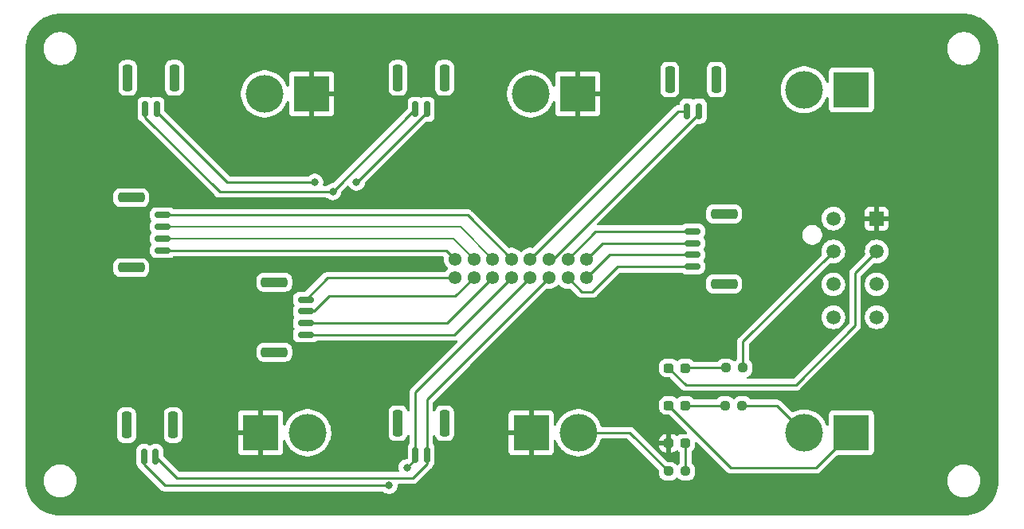
<source format=gtl>
G04 #@! TF.GenerationSoftware,KiCad,Pcbnew,9.0.0*
G04 #@! TF.CreationDate,2025-03-25T13:32:25-05:00*
G04 #@! TF.ProjectId,Turret,54757272-6574-42e6-9b69-6361645f7063,rev?*
G04 #@! TF.SameCoordinates,Original*
G04 #@! TF.FileFunction,Copper,L1,Top*
G04 #@! TF.FilePolarity,Positive*
%FSLAX46Y46*%
G04 Gerber Fmt 4.6, Leading zero omitted, Abs format (unit mm)*
G04 Created by KiCad (PCBNEW 9.0.0) date 2025-03-25 13:32:25*
%MOMM*%
%LPD*%
G01*
G04 APERTURE LIST*
G04 Aperture macros list*
%AMRoundRect*
0 Rectangle with rounded corners*
0 $1 Rounding radius*
0 $2 $3 $4 $5 $6 $7 $8 $9 X,Y pos of 4 corners*
0 Add a 4 corners polygon primitive as box body*
4,1,4,$2,$3,$4,$5,$6,$7,$8,$9,$2,$3,0*
0 Add four circle primitives for the rounded corners*
1,1,$1+$1,$2,$3*
1,1,$1+$1,$4,$5*
1,1,$1+$1,$6,$7*
1,1,$1+$1,$8,$9*
0 Add four rect primitives between the rounded corners*
20,1,$1+$1,$2,$3,$4,$5,0*
20,1,$1+$1,$4,$5,$6,$7,0*
20,1,$1+$1,$6,$7,$8,$9,0*
20,1,$1+$1,$8,$9,$2,$3,0*%
G04 Aperture macros list end*
G04 #@! TA.AperFunction,ComponentPad*
%ADD10C,1.381000*%
G04 #@! TD*
G04 #@! TA.AperFunction,ComponentPad*
%ADD11R,1.520000X1.520000*%
G04 #@! TD*
G04 #@! TA.AperFunction,ComponentPad*
%ADD12C,1.520000*%
G04 #@! TD*
G04 #@! TA.AperFunction,SMDPad,CuDef*
%ADD13RoundRect,0.150000X-0.150000X-0.700000X0.150000X-0.700000X0.150000X0.700000X-0.150000X0.700000X0*%
G04 #@! TD*
G04 #@! TA.AperFunction,SMDPad,CuDef*
%ADD14RoundRect,0.250000X-0.250000X-1.150000X0.250000X-1.150000X0.250000X1.150000X-0.250000X1.150000X0*%
G04 #@! TD*
G04 #@! TA.AperFunction,SMDPad,CuDef*
%ADD15RoundRect,0.237500X-0.287500X-0.237500X0.287500X-0.237500X0.287500X0.237500X-0.287500X0.237500X0*%
G04 #@! TD*
G04 #@! TA.AperFunction,ComponentPad*
%ADD16R,3.800000X3.800000*%
G04 #@! TD*
G04 #@! TA.AperFunction,ComponentPad*
%ADD17C,4.000000*%
G04 #@! TD*
G04 #@! TA.AperFunction,SMDPad,CuDef*
%ADD18RoundRect,0.150000X-0.700000X0.150000X-0.700000X-0.150000X0.700000X-0.150000X0.700000X0.150000X0*%
G04 #@! TD*
G04 #@! TA.AperFunction,SMDPad,CuDef*
%ADD19RoundRect,0.250000X-1.150000X0.250000X-1.150000X-0.250000X1.150000X-0.250000X1.150000X0.250000X0*%
G04 #@! TD*
G04 #@! TA.AperFunction,SMDPad,CuDef*
%ADD20RoundRect,0.150000X0.700000X-0.150000X0.700000X0.150000X-0.700000X0.150000X-0.700000X-0.150000X0*%
G04 #@! TD*
G04 #@! TA.AperFunction,SMDPad,CuDef*
%ADD21RoundRect,0.250000X1.150000X-0.250000X1.150000X0.250000X-1.150000X0.250000X-1.150000X-0.250000X0*%
G04 #@! TD*
G04 #@! TA.AperFunction,SMDPad,CuDef*
%ADD22RoundRect,0.237500X0.250000X0.237500X-0.250000X0.237500X-0.250000X-0.237500X0.250000X-0.237500X0*%
G04 #@! TD*
G04 #@! TA.AperFunction,SMDPad,CuDef*
%ADD23RoundRect,0.237500X-0.250000X-0.237500X0.250000X-0.237500X0.250000X0.237500X-0.250000X0.237500X0*%
G04 #@! TD*
G04 #@! TA.AperFunction,ViaPad*
%ADD24C,0.800000*%
G04 #@! TD*
G04 #@! TA.AperFunction,Conductor*
%ADD25C,0.250000*%
G04 #@! TD*
G04 #@! TA.AperFunction,Conductor*
%ADD26C,0.200000*%
G04 #@! TD*
G04 APERTURE END LIST*
D10*
X86400000Y-60500000D03*
X86400000Y-62500000D03*
X88400000Y-60500000D03*
X88400000Y-62500000D03*
X90400000Y-60500000D03*
X90400000Y-62500000D03*
X92400000Y-60500000D03*
X92400000Y-62500000D03*
X94400000Y-60500000D03*
X94400000Y-62500000D03*
X96400000Y-60500000D03*
X96400000Y-62500000D03*
X98400000Y-60500000D03*
X98400000Y-62500000D03*
X100400000Y-60500000D03*
X100400000Y-62500000D03*
D11*
X131200000Y-56200001D03*
D12*
X131200000Y-59700001D03*
X131200000Y-63200001D03*
X131200000Y-66700001D03*
X126600000Y-56200001D03*
X126600000Y-59700001D03*
X126600000Y-63200001D03*
X126600000Y-66700001D03*
D13*
X82189000Y-81328000D03*
X83439000Y-81328000D03*
D14*
X80339000Y-77978000D03*
X85289000Y-77978000D03*
D15*
X109125001Y-80100000D03*
X110874999Y-80100000D03*
D13*
X111073000Y-44752000D03*
X112323000Y-44752000D03*
D14*
X109223000Y-41402000D03*
X114173000Y-41402000D03*
D15*
X109125001Y-72100000D03*
X110874999Y-72100000D03*
D16*
X71167000Y-42926000D03*
D17*
X66167000Y-42926000D03*
D18*
X111633000Y-57561000D03*
X111633000Y-58811000D03*
X111633000Y-60061000D03*
X111633000Y-61311000D03*
D19*
X114983000Y-55711000D03*
X114983000Y-63161000D03*
D13*
X53487000Y-44577000D03*
X54737000Y-44577000D03*
D14*
X51637000Y-41227000D03*
X56587000Y-41227000D03*
D15*
X109125001Y-76100000D03*
X110874999Y-76100000D03*
D13*
X53360000Y-81534000D03*
X54610000Y-81534000D03*
D14*
X51510000Y-78184000D03*
X56460000Y-78184000D03*
D16*
X128500000Y-42500000D03*
D17*
X123500000Y-42500000D03*
D20*
X55350000Y-59575000D03*
X55350000Y-58325000D03*
X55350000Y-57075000D03*
X55350000Y-55825000D03*
D21*
X52000000Y-61425000D03*
X52000000Y-53975000D03*
D22*
X116912500Y-76100000D03*
X115087500Y-76100000D03*
D16*
X99441000Y-42926000D03*
D17*
X94441000Y-42926000D03*
D23*
X109087500Y-83100000D03*
X110912500Y-83100000D03*
D16*
X128500000Y-79000000D03*
D17*
X123500000Y-79000000D03*
D16*
X65750000Y-78994000D03*
D17*
X70750000Y-78994000D03*
D16*
X94500000Y-78994000D03*
D17*
X99500000Y-78994000D03*
D22*
X117000000Y-72080000D03*
X115175000Y-72080000D03*
D13*
X82189000Y-44577000D03*
X83439000Y-44577000D03*
D14*
X80339000Y-41227000D03*
X85289000Y-41227000D03*
D20*
X70550000Y-68575000D03*
X70550000Y-67325000D03*
X70550000Y-66075000D03*
X70550000Y-64825000D03*
D21*
X67200000Y-70425000D03*
X67200000Y-62975000D03*
D24*
X71500000Y-52324000D03*
X75946000Y-52324000D03*
X73426000Y-53340000D03*
X81300000Y-82700000D03*
X79400000Y-84600004D03*
D25*
X83439000Y-44852908D02*
X83439000Y-44577000D01*
X54610000Y-81534000D02*
X56876000Y-83800000D01*
X56876000Y-83800000D02*
X81935000Y-83800000D01*
X81935000Y-83800000D02*
X83439000Y-82296000D01*
X83439000Y-75461000D02*
X96400000Y-62500000D01*
X83439000Y-81328000D02*
X83439000Y-75461000D01*
X75967908Y-52324000D02*
X83439000Y-44852908D01*
X62230000Y-52324000D02*
X71500000Y-52324000D01*
X83491000Y-44779000D02*
X83491000Y-44498000D01*
X83439000Y-44548200D02*
X83447200Y-44540000D01*
X83439000Y-82296000D02*
X83439000Y-81328000D01*
X54590000Y-44540000D02*
X54590000Y-44684000D01*
X54590000Y-44684000D02*
X62230000Y-52324000D01*
X75946000Y-52324000D02*
X75967908Y-52324000D01*
X53487000Y-45426999D02*
X61400001Y-53340000D01*
X82189000Y-81328000D02*
X82189000Y-81811000D01*
X61400001Y-53340000D02*
X73426000Y-53340000D01*
X53487000Y-44577000D02*
X53487000Y-45426999D01*
X82189000Y-81811000D02*
X81300000Y-82700000D01*
X53360000Y-81534000D02*
X53360000Y-82383999D01*
X53360000Y-82383999D02*
X55576005Y-84600004D01*
X53340000Y-81327000D02*
X53340000Y-81840000D01*
X55576005Y-84600004D02*
X79400000Y-84600004D01*
X82189000Y-44577000D02*
X73426000Y-53340000D01*
X82189000Y-74711000D02*
X82189000Y-81328000D01*
X94400000Y-62500000D02*
X82189000Y-74711000D01*
X70550000Y-67325000D02*
X85575000Y-67325000D01*
X85575000Y-67325000D02*
X90400000Y-62500000D01*
X73003999Y-64471000D02*
X71399999Y-66075000D01*
X88400000Y-62500000D02*
X86429000Y-64471000D01*
X86429000Y-64471000D02*
X73003999Y-64471000D01*
X71399999Y-66075000D02*
X70550000Y-66075000D01*
X109125001Y-76100000D02*
X109125001Y-76125001D01*
X115700000Y-82700000D02*
X124800000Y-82700000D01*
X124800000Y-82700000D02*
X128500000Y-79000000D01*
X109125001Y-76125001D02*
X115700000Y-82700000D01*
X99500000Y-78994000D02*
X104981500Y-78994000D01*
X104981500Y-78994000D02*
X109087500Y-83100000D01*
X117000000Y-69300001D02*
X126600000Y-59700001D01*
X117000000Y-72080000D02*
X117000000Y-69300001D01*
X116912500Y-76100000D02*
X120600000Y-76100000D01*
X120600000Y-76100000D02*
X123500000Y-79000000D01*
X55350000Y-55825000D02*
X87725000Y-55825000D01*
X87725000Y-55825000D02*
X92400000Y-60500000D01*
X109125001Y-72100000D02*
X110925001Y-73900000D01*
X128900000Y-67600000D02*
X128900000Y-62000001D01*
X110925001Y-73900000D02*
X122600000Y-73900000D01*
X128900000Y-62000001D02*
X131200000Y-59700001D01*
X122600000Y-73900000D02*
X128900000Y-67600000D01*
X86325000Y-68575000D02*
X92400000Y-62500000D01*
X70550000Y-68575000D02*
X86325000Y-68575000D01*
X72875000Y-62500000D02*
X70550000Y-64825000D01*
X86400000Y-62500000D02*
X72875000Y-62500000D01*
X101339000Y-57561000D02*
X98400000Y-60500000D01*
X111633000Y-57561000D02*
X101339000Y-57561000D01*
X111633000Y-61311000D02*
X103689000Y-61311000D01*
X99900000Y-64000000D02*
X98400000Y-62500000D01*
X101000000Y-64000000D02*
X99900000Y-64000000D01*
X103689000Y-61311000D02*
X101000000Y-64000000D01*
X110148000Y-44752000D02*
X111073000Y-44752000D01*
X94400000Y-60500000D02*
X110148000Y-44752000D01*
X110998000Y-44596400D02*
X111054400Y-44540000D01*
X96850908Y-60500000D02*
X96400000Y-60500000D01*
X112323000Y-45027908D02*
X96850908Y-60500000D01*
X112323000Y-44752000D02*
X112323000Y-45027908D01*
X85475000Y-59575000D02*
X86400000Y-60500000D01*
X55350000Y-59575000D02*
X85475000Y-59575000D01*
X102089000Y-58811000D02*
X100400000Y-60500000D01*
X111633000Y-58967000D02*
X111600000Y-59000000D01*
X111633000Y-58811000D02*
X111633000Y-58967000D01*
X111633000Y-58811000D02*
X102089000Y-58811000D01*
X111633000Y-60061000D02*
X102839000Y-60061000D01*
X102839000Y-60061000D02*
X100400000Y-62500000D01*
X110912500Y-80137501D02*
X110874999Y-80100000D01*
X110912500Y-83100000D02*
X110912500Y-80137501D01*
X110894999Y-72080000D02*
X110874999Y-72100000D01*
X115175000Y-72080000D02*
X110894999Y-72080000D01*
X110874999Y-76100000D02*
X115087500Y-76100000D01*
D26*
X55350000Y-58325000D02*
X86225000Y-58325000D01*
X86225000Y-58325000D02*
X88400000Y-60500000D01*
X86975000Y-57075000D02*
X90400000Y-60500000D01*
X55350000Y-57075000D02*
X86975000Y-57075000D01*
G04 #@! TA.AperFunction,Conductor*
G36*
X140453032Y-34400648D02*
G01*
X140806532Y-34418015D01*
X140818640Y-34419208D01*
X140927576Y-34435367D01*
X141165717Y-34470692D01*
X141177635Y-34473062D01*
X141518008Y-34558321D01*
X141529646Y-34561852D01*
X141859996Y-34680054D01*
X141871237Y-34684710D01*
X142096857Y-34791419D01*
X142188433Y-34834731D01*
X142199150Y-34840459D01*
X142500102Y-35020843D01*
X142510220Y-35027603D01*
X142792049Y-35236622D01*
X142801455Y-35244342D01*
X143061436Y-35479974D01*
X143070025Y-35488563D01*
X143231782Y-35667035D01*
X143305657Y-35748544D01*
X143313377Y-35757950D01*
X143522396Y-36039779D01*
X143529156Y-36049897D01*
X143706334Y-36345501D01*
X143709533Y-36350837D01*
X143715270Y-36361570D01*
X143865289Y-36678762D01*
X143869945Y-36690003D01*
X143988147Y-37020353D01*
X143991680Y-37031998D01*
X144076934Y-37372351D01*
X144079308Y-37384287D01*
X144130791Y-37731359D01*
X144131984Y-37743468D01*
X144149351Y-38096966D01*
X144149500Y-38103051D01*
X144149500Y-84096948D01*
X144149351Y-84103033D01*
X144131984Y-84456531D01*
X144130791Y-84468640D01*
X144079308Y-84815712D01*
X144076934Y-84827648D01*
X143991680Y-85168001D01*
X143988147Y-85179646D01*
X143869945Y-85509996D01*
X143865289Y-85521237D01*
X143715270Y-85838429D01*
X143709533Y-85849162D01*
X143529156Y-86150102D01*
X143522396Y-86160220D01*
X143313377Y-86442049D01*
X143305657Y-86451455D01*
X143070033Y-86711428D01*
X143061428Y-86720033D01*
X142801455Y-86955657D01*
X142792049Y-86963377D01*
X142510220Y-87172396D01*
X142500102Y-87179156D01*
X142199162Y-87359533D01*
X142188429Y-87365270D01*
X141871237Y-87515289D01*
X141859996Y-87519945D01*
X141529646Y-87638147D01*
X141518001Y-87641680D01*
X141177648Y-87726934D01*
X141165712Y-87729308D01*
X140818640Y-87780791D01*
X140806531Y-87781984D01*
X140473016Y-87798369D01*
X140453031Y-87799351D01*
X140446949Y-87799500D01*
X44453051Y-87799500D01*
X44446968Y-87799351D01*
X44425811Y-87798311D01*
X44093468Y-87781984D01*
X44081359Y-87780791D01*
X43734287Y-87729308D01*
X43722351Y-87726934D01*
X43381998Y-87641680D01*
X43370353Y-87638147D01*
X43040003Y-87519945D01*
X43028762Y-87515289D01*
X42711570Y-87365270D01*
X42700842Y-87359535D01*
X42399897Y-87179156D01*
X42389779Y-87172396D01*
X42107950Y-86963377D01*
X42098544Y-86955657D01*
X41982295Y-86850296D01*
X41838563Y-86720025D01*
X41829974Y-86711436D01*
X41594342Y-86451455D01*
X41586622Y-86442049D01*
X41377603Y-86160220D01*
X41370843Y-86150102D01*
X41190459Y-85849150D01*
X41184729Y-85838429D01*
X41034710Y-85521237D01*
X41030054Y-85509996D01*
X40911852Y-85179646D01*
X40908319Y-85168001D01*
X40904890Y-85154311D01*
X40823062Y-84827635D01*
X40820691Y-84815712D01*
X40801850Y-84688699D01*
X40769208Y-84468640D01*
X40768015Y-84456530D01*
X40767351Y-84443022D01*
X40750649Y-84103032D01*
X40750500Y-84096948D01*
X40750500Y-83985010D01*
X42695500Y-83985010D01*
X42695500Y-84214989D01*
X42695501Y-84215005D01*
X42725518Y-84443009D01*
X42725519Y-84443014D01*
X42725520Y-84443020D01*
X42743819Y-84511313D01*
X42785046Y-84665175D01*
X42785049Y-84665185D01*
X42873057Y-84877654D01*
X42873061Y-84877664D01*
X42988055Y-85076839D01*
X43128064Y-85259303D01*
X43128070Y-85259310D01*
X43290689Y-85421929D01*
X43290696Y-85421935D01*
X43473160Y-85561944D01*
X43672335Y-85676938D01*
X43672336Y-85676938D01*
X43672339Y-85676940D01*
X43884824Y-85764954D01*
X44106980Y-85824480D01*
X44335004Y-85854500D01*
X44335011Y-85854500D01*
X44564989Y-85854500D01*
X44564996Y-85854500D01*
X44793020Y-85824480D01*
X45015176Y-85764954D01*
X45227661Y-85676940D01*
X45426840Y-85561944D01*
X45609305Y-85421934D01*
X45771934Y-85259305D01*
X45911944Y-85076840D01*
X46026940Y-84877661D01*
X46114954Y-84665176D01*
X46174480Y-84443020D01*
X46204500Y-84214996D01*
X46204500Y-83985004D01*
X46174480Y-83756980D01*
X46114954Y-83534824D01*
X46026940Y-83322339D01*
X46022367Y-83314419D01*
X45911944Y-83123160D01*
X45771935Y-82940696D01*
X45771929Y-82940689D01*
X45609310Y-82778070D01*
X45609303Y-82778064D01*
X45426839Y-82638055D01*
X45227664Y-82523061D01*
X45227654Y-82523057D01*
X45015185Y-82435049D01*
X45015178Y-82435047D01*
X45015176Y-82435046D01*
X44793020Y-82375520D01*
X44793014Y-82375519D01*
X44793009Y-82375518D01*
X44565005Y-82345501D01*
X44565002Y-82345500D01*
X44564996Y-82345500D01*
X44335004Y-82345500D01*
X44334998Y-82345500D01*
X44334994Y-82345501D01*
X44106990Y-82375518D01*
X44106983Y-82375519D01*
X44106980Y-82375520D01*
X44009461Y-82401650D01*
X43884824Y-82435046D01*
X43884814Y-82435049D01*
X43672345Y-82523057D01*
X43672335Y-82523061D01*
X43473160Y-82638055D01*
X43290696Y-82778064D01*
X43290689Y-82778070D01*
X43128070Y-82940689D01*
X43128064Y-82940696D01*
X42988055Y-83123160D01*
X42873061Y-83322335D01*
X42873057Y-83322345D01*
X42785049Y-83534814D01*
X42785046Y-83534824D01*
X42725521Y-83756977D01*
X42725518Y-83756990D01*
X42695501Y-83984994D01*
X42695500Y-83985010D01*
X40750500Y-83985010D01*
X40750500Y-80768298D01*
X52559500Y-80768298D01*
X52559500Y-82299701D01*
X52562401Y-82336567D01*
X52562402Y-82336573D01*
X52608254Y-82494393D01*
X52608255Y-82494396D01*
X52691917Y-82635862D01*
X52691923Y-82635870D01*
X52808129Y-82752076D01*
X52808135Y-82752081D01*
X52881182Y-82795280D01*
X52905735Y-82814325D01*
X52961267Y-82869857D01*
X52961269Y-82869858D01*
X55090146Y-84998736D01*
X55090147Y-84998737D01*
X55168249Y-85076839D01*
X55177273Y-85085863D01*
X55279712Y-85154311D01*
X55279718Y-85154314D01*
X55279719Y-85154315D01*
X55393553Y-85201467D01*
X55453976Y-85213485D01*
X55514398Y-85225504D01*
X55514399Y-85225504D01*
X78700639Y-85225504D01*
X78767678Y-85245189D01*
X78788321Y-85261824D01*
X78825961Y-85299465D01*
X78825965Y-85299468D01*
X78973446Y-85398013D01*
X78973459Y-85398020D01*
X79096363Y-85448927D01*
X79137334Y-85465898D01*
X79137336Y-85465898D01*
X79137341Y-85465900D01*
X79311304Y-85500503D01*
X79311307Y-85500504D01*
X79311309Y-85500504D01*
X79488693Y-85500504D01*
X79488694Y-85500503D01*
X79546682Y-85488968D01*
X79662658Y-85465900D01*
X79662661Y-85465898D01*
X79662666Y-85465898D01*
X79826547Y-85398017D01*
X79974035Y-85299468D01*
X80099464Y-85174039D01*
X80198013Y-85026551D01*
X80265894Y-84862670D01*
X80272861Y-84827648D01*
X80300499Y-84688699D01*
X80300500Y-84688697D01*
X80300500Y-84549500D01*
X80320185Y-84482461D01*
X80372989Y-84436706D01*
X80424500Y-84425500D01*
X81996607Y-84425500D01*
X82057029Y-84413481D01*
X82117452Y-84401463D01*
X82150792Y-84387652D01*
X82231286Y-84354312D01*
X82282509Y-84320084D01*
X82333733Y-84285858D01*
X82420858Y-84198733D01*
X82420859Y-84198731D01*
X82427925Y-84191665D01*
X82427928Y-84191661D01*
X83837729Y-82781860D01*
X83837733Y-82781858D01*
X83924858Y-82694733D01*
X83993311Y-82592286D01*
X84018274Y-82532018D01*
X84045149Y-82491795D01*
X84107081Y-82429865D01*
X84190744Y-82288398D01*
X84236598Y-82130569D01*
X84239500Y-82093694D01*
X84239500Y-80562306D01*
X84236598Y-80525431D01*
X84225651Y-80487753D01*
X84196286Y-80386677D01*
X84190744Y-80367602D01*
X84107081Y-80226135D01*
X84107079Y-80226133D01*
X84107076Y-80226129D01*
X84100819Y-80219872D01*
X84067334Y-80158549D01*
X84064500Y-80132191D01*
X84064500Y-79341544D01*
X84084185Y-79274505D01*
X84136989Y-79228750D01*
X84206147Y-79218806D01*
X84269703Y-79247831D01*
X84306205Y-79302539D01*
X84354186Y-79447334D01*
X84446288Y-79596656D01*
X84570344Y-79720712D01*
X84719666Y-79812814D01*
X84886203Y-79867999D01*
X84988991Y-79878500D01*
X85589008Y-79878499D01*
X85589016Y-79878498D01*
X85589019Y-79878498D01*
X85655194Y-79871738D01*
X85691797Y-79867999D01*
X85858334Y-79812814D01*
X86007656Y-79720712D01*
X86131712Y-79596656D01*
X86223814Y-79447334D01*
X86278999Y-79280797D01*
X86287123Y-79201268D01*
X86289293Y-79180036D01*
X86289293Y-79180032D01*
X86289500Y-79178009D01*
X86289499Y-77046155D01*
X92100000Y-77046155D01*
X92100000Y-78744000D01*
X93172769Y-78744000D01*
X93150000Y-78887753D01*
X93150000Y-79100247D01*
X93172769Y-79244000D01*
X92100000Y-79244000D01*
X92100000Y-80941844D01*
X92106401Y-81001372D01*
X92106403Y-81001379D01*
X92156645Y-81136086D01*
X92156649Y-81136093D01*
X92242809Y-81251187D01*
X92242812Y-81251190D01*
X92357906Y-81337350D01*
X92357913Y-81337354D01*
X92492620Y-81387596D01*
X92492627Y-81387598D01*
X92552155Y-81393999D01*
X92552172Y-81394000D01*
X94250000Y-81394000D01*
X94250000Y-80321231D01*
X94393753Y-80344000D01*
X94606247Y-80344000D01*
X94750000Y-80321231D01*
X94750000Y-81394000D01*
X96447828Y-81394000D01*
X96447844Y-81393999D01*
X96507372Y-81387598D01*
X96507379Y-81387596D01*
X96642086Y-81337354D01*
X96642093Y-81337350D01*
X96757187Y-81251190D01*
X96757190Y-81251187D01*
X96843350Y-81136093D01*
X96843354Y-81136086D01*
X96893596Y-81001379D01*
X96893598Y-81001372D01*
X96899999Y-80941844D01*
X96900000Y-80941827D01*
X96900000Y-79864309D01*
X96919685Y-79797270D01*
X96972489Y-79751515D01*
X97041647Y-79741571D01*
X97105203Y-79770596D01*
X97141041Y-79823354D01*
X97186200Y-79952411D01*
X97308053Y-80205442D01*
X97332968Y-80245094D01*
X97457477Y-80443248D01*
X97632584Y-80662825D01*
X97831175Y-80861416D01*
X98050752Y-81036523D01*
X98288555Y-81185945D01*
X98541592Y-81307801D01*
X98644463Y-81343797D01*
X98806670Y-81400556D01*
X98806682Y-81400560D01*
X99080491Y-81463055D01*
X99080497Y-81463055D01*
X99080505Y-81463057D01*
X99266547Y-81484018D01*
X99359569Y-81494499D01*
X99359572Y-81494500D01*
X99359575Y-81494500D01*
X99640428Y-81494500D01*
X99640429Y-81494499D01*
X99783055Y-81478429D01*
X99919494Y-81463057D01*
X99919499Y-81463056D01*
X99919509Y-81463055D01*
X100193318Y-81400560D01*
X100458408Y-81307801D01*
X100711445Y-81185945D01*
X100949248Y-81036523D01*
X101168825Y-80861416D01*
X101367416Y-80662825D01*
X101542523Y-80443248D01*
X101691945Y-80205445D01*
X101813801Y-79952408D01*
X101853216Y-79839766D01*
X101901233Y-79702545D01*
X101941955Y-79645769D01*
X102006907Y-79620022D01*
X102018274Y-79619500D01*
X104671048Y-79619500D01*
X104738087Y-79639185D01*
X104758729Y-79655819D01*
X108063181Y-82960271D01*
X108096666Y-83021594D01*
X108099500Y-83047952D01*
X108099500Y-83386668D01*
X108099501Y-83386687D01*
X108109825Y-83487752D01*
X108164092Y-83651515D01*
X108164093Y-83651518D01*
X108198395Y-83707129D01*
X108254660Y-83798350D01*
X108376650Y-83920340D01*
X108523484Y-84010908D01*
X108687247Y-84065174D01*
X108788323Y-84075500D01*
X109386676Y-84075499D01*
X109386684Y-84075498D01*
X109386687Y-84075498D01*
X109442030Y-84069844D01*
X109487753Y-84065174D01*
X109651516Y-84010908D01*
X109798350Y-83920340D01*
X109912319Y-83806371D01*
X109973642Y-83772886D01*
X110043334Y-83777870D01*
X110087681Y-83806371D01*
X110201650Y-83920340D01*
X110348484Y-84010908D01*
X110512247Y-84065174D01*
X110613323Y-84075500D01*
X111211676Y-84075499D01*
X111211684Y-84075498D01*
X111211687Y-84075498D01*
X111267030Y-84069844D01*
X111312753Y-84065174D01*
X111476516Y-84010908D01*
X111518503Y-83985010D01*
X138695500Y-83985010D01*
X138695500Y-84214989D01*
X138695501Y-84215005D01*
X138725518Y-84443009D01*
X138725519Y-84443014D01*
X138725520Y-84443020D01*
X138743819Y-84511313D01*
X138785046Y-84665175D01*
X138785049Y-84665185D01*
X138873057Y-84877654D01*
X138873061Y-84877664D01*
X138988055Y-85076839D01*
X139128064Y-85259303D01*
X139128070Y-85259310D01*
X139290689Y-85421929D01*
X139290696Y-85421935D01*
X139473160Y-85561944D01*
X139672335Y-85676938D01*
X139672336Y-85676938D01*
X139672339Y-85676940D01*
X139884824Y-85764954D01*
X140106980Y-85824480D01*
X140335004Y-85854500D01*
X140335011Y-85854500D01*
X140564989Y-85854500D01*
X140564996Y-85854500D01*
X140793020Y-85824480D01*
X141015176Y-85764954D01*
X141227661Y-85676940D01*
X141426840Y-85561944D01*
X141609305Y-85421934D01*
X141771934Y-85259305D01*
X141911944Y-85076840D01*
X142026940Y-84877661D01*
X142114954Y-84665176D01*
X142174480Y-84443020D01*
X142204500Y-84214996D01*
X142204500Y-83985004D01*
X142174480Y-83756980D01*
X142114954Y-83534824D01*
X142026940Y-83322339D01*
X142022367Y-83314419D01*
X141911944Y-83123160D01*
X141771935Y-82940696D01*
X141771929Y-82940689D01*
X141609310Y-82778070D01*
X141609303Y-82778064D01*
X141426839Y-82638055D01*
X141227664Y-82523061D01*
X141227654Y-82523057D01*
X141015185Y-82435049D01*
X141015178Y-82435047D01*
X141015176Y-82435046D01*
X140793020Y-82375520D01*
X140793014Y-82375519D01*
X140793009Y-82375518D01*
X140565005Y-82345501D01*
X140565002Y-82345500D01*
X140564996Y-82345500D01*
X140335004Y-82345500D01*
X140334998Y-82345500D01*
X140334994Y-82345501D01*
X140106990Y-82375518D01*
X140106983Y-82375519D01*
X140106980Y-82375520D01*
X140009461Y-82401650D01*
X139884824Y-82435046D01*
X139884814Y-82435049D01*
X139672345Y-82523057D01*
X139672335Y-82523061D01*
X139473160Y-82638055D01*
X139290696Y-82778064D01*
X139290689Y-82778070D01*
X139128070Y-82940689D01*
X139128064Y-82940696D01*
X138988055Y-83123160D01*
X138873061Y-83322335D01*
X138873057Y-83322345D01*
X138785049Y-83534814D01*
X138785046Y-83534824D01*
X138725521Y-83756977D01*
X138725518Y-83756990D01*
X138695501Y-83984994D01*
X138695500Y-83985010D01*
X111518503Y-83985010D01*
X111623350Y-83920340D01*
X111745340Y-83798350D01*
X111835908Y-83651516D01*
X111890174Y-83487753D01*
X111900500Y-83386677D01*
X111900499Y-82813324D01*
X111898006Y-82788923D01*
X111890174Y-82712247D01*
X111856726Y-82611309D01*
X111835908Y-82548484D01*
X111745340Y-82401650D01*
X111623350Y-82279660D01*
X111623347Y-82279657D01*
X111596901Y-82263345D01*
X111550178Y-82211397D01*
X111538000Y-82157808D01*
X111538000Y-81042189D01*
X111557685Y-80975150D01*
X111596900Y-80936653D01*
X111623349Y-80920340D01*
X111745339Y-80798350D01*
X111835907Y-80651516D01*
X111890173Y-80487753D01*
X111900499Y-80386677D01*
X111900498Y-80084448D01*
X111920182Y-80017411D01*
X111972986Y-79971656D01*
X112042145Y-79961712D01*
X112105700Y-79990737D01*
X112112179Y-79996769D01*
X115214139Y-83098729D01*
X115214142Y-83098733D01*
X115301267Y-83185858D01*
X115378190Y-83237256D01*
X115383990Y-83241132D01*
X115383993Y-83241134D01*
X115403710Y-83254309D01*
X115403712Y-83254310D01*
X115403715Y-83254312D01*
X115470396Y-83281931D01*
X115470398Y-83281933D01*
X115510640Y-83298601D01*
X115517548Y-83301463D01*
X115577971Y-83313481D01*
X115638393Y-83325500D01*
X124861607Y-83325500D01*
X124922029Y-83313481D01*
X124982452Y-83301463D01*
X125015792Y-83287652D01*
X125096286Y-83254312D01*
X125147509Y-83220084D01*
X125198733Y-83185858D01*
X125285858Y-83098733D01*
X125285859Y-83098731D01*
X125292925Y-83091665D01*
X125292928Y-83091661D01*
X126947771Y-81436818D01*
X127009094Y-81403333D01*
X127035452Y-81400499D01*
X130447871Y-81400499D01*
X130447872Y-81400499D01*
X130507483Y-81394091D01*
X130642331Y-81343796D01*
X130757546Y-81257546D01*
X130843796Y-81142331D01*
X130894091Y-81007483D01*
X130900500Y-80947873D01*
X130900499Y-77052128D01*
X130894091Y-76992517D01*
X130891894Y-76986627D01*
X130843797Y-76857671D01*
X130843793Y-76857664D01*
X130757547Y-76742455D01*
X130757544Y-76742452D01*
X130642335Y-76656206D01*
X130642328Y-76656202D01*
X130507482Y-76605908D01*
X130507483Y-76605908D01*
X130447883Y-76599501D01*
X130447881Y-76599500D01*
X130447873Y-76599500D01*
X130447864Y-76599500D01*
X126552129Y-76599500D01*
X126552123Y-76599501D01*
X126492516Y-76605908D01*
X126357671Y-76656202D01*
X126357664Y-76656206D01*
X126242455Y-76742452D01*
X126242452Y-76742455D01*
X126156206Y-76857664D01*
X126156202Y-76857671D01*
X126105908Y-76992517D01*
X126100497Y-77042851D01*
X126099501Y-77052123D01*
X126099500Y-77052135D01*
X126099500Y-78128261D01*
X126079815Y-78195300D01*
X126027011Y-78241055D01*
X125957853Y-78250999D01*
X125894297Y-78221974D01*
X125858459Y-78169216D01*
X125839762Y-78115784D01*
X125813801Y-78041592D01*
X125691945Y-77788555D01*
X125542523Y-77550752D01*
X125367416Y-77331175D01*
X125168825Y-77132584D01*
X124949248Y-76957477D01*
X124711445Y-76808055D01*
X124711442Y-76808053D01*
X124458411Y-76686200D01*
X124193329Y-76593443D01*
X124193317Y-76593439D01*
X123919512Y-76530945D01*
X123919494Y-76530942D01*
X123640431Y-76499500D01*
X123640425Y-76499500D01*
X123359575Y-76499500D01*
X123359568Y-76499500D01*
X123080505Y-76530942D01*
X123080487Y-76530945D01*
X122806682Y-76593439D01*
X122806670Y-76593443D01*
X122541588Y-76686200D01*
X122541580Y-76686203D01*
X122303088Y-76801055D01*
X122234147Y-76812407D01*
X122170013Y-76784685D01*
X122161606Y-76777016D01*
X121096224Y-75711634D01*
X121085859Y-75701269D01*
X121085858Y-75701267D01*
X120998733Y-75614142D01*
X120933701Y-75570689D01*
X120927450Y-75566512D01*
X120896285Y-75545687D01*
X120856822Y-75529342D01*
X120815792Y-75512347D01*
X120782452Y-75498537D01*
X120722029Y-75486518D01*
X120717306Y-75485578D01*
X120717304Y-75485578D01*
X120661610Y-75474500D01*
X120661607Y-75474500D01*
X120661606Y-75474500D01*
X117859481Y-75474500D01*
X117792442Y-75454815D01*
X117753942Y-75415596D01*
X117752908Y-75413920D01*
X117745340Y-75401650D01*
X117623350Y-75279660D01*
X117476516Y-75189092D01*
X117312753Y-75134826D01*
X117312751Y-75134825D01*
X117211678Y-75124500D01*
X116613330Y-75124500D01*
X116613312Y-75124501D01*
X116512247Y-75134825D01*
X116348484Y-75189092D01*
X116348481Y-75189093D01*
X116201648Y-75279661D01*
X116087681Y-75393629D01*
X116026358Y-75427114D01*
X115956666Y-75422130D01*
X115912319Y-75393629D01*
X115798351Y-75279661D01*
X115798350Y-75279660D01*
X115651516Y-75189092D01*
X115487753Y-75134826D01*
X115487751Y-75134825D01*
X115386678Y-75124500D01*
X114788330Y-75124500D01*
X114788312Y-75124501D01*
X114687247Y-75134825D01*
X114523484Y-75189092D01*
X114523481Y-75189093D01*
X114376648Y-75279661D01*
X114254660Y-75401649D01*
X114254659Y-75401651D01*
X114246058Y-75415596D01*
X114194110Y-75462321D01*
X114140519Y-75474500D01*
X111859480Y-75474500D01*
X111792441Y-75454815D01*
X111753941Y-75415596D01*
X111752907Y-75413920D01*
X111745339Y-75401650D01*
X111623349Y-75279660D01*
X111476515Y-75189092D01*
X111312752Y-75134826D01*
X111312750Y-75134825D01*
X111211677Y-75124500D01*
X110538329Y-75124500D01*
X110538311Y-75124501D01*
X110437246Y-75134825D01*
X110273483Y-75189092D01*
X110273480Y-75189093D01*
X110126647Y-75279661D01*
X110087680Y-75318628D01*
X110026357Y-75352113D01*
X109956665Y-75347127D01*
X109912320Y-75318628D01*
X109873352Y-75279661D01*
X109873351Y-75279660D01*
X109726517Y-75189092D01*
X109562754Y-75134826D01*
X109562752Y-75134825D01*
X109461679Y-75124500D01*
X108788331Y-75124500D01*
X108788313Y-75124501D01*
X108687248Y-75134825D01*
X108523485Y-75189092D01*
X108523482Y-75189093D01*
X108376649Y-75279661D01*
X108254662Y-75401648D01*
X108164094Y-75548481D01*
X108164093Y-75548484D01*
X108109827Y-75712247D01*
X108109827Y-75712248D01*
X108109826Y-75712248D01*
X108099501Y-75813315D01*
X108099501Y-76386669D01*
X108099502Y-76386687D01*
X108109826Y-76487752D01*
X108135538Y-76565344D01*
X108163804Y-76650645D01*
X108164093Y-76651515D01*
X108164094Y-76651518D01*
X108185486Y-76686199D01*
X108254661Y-76798350D01*
X108376651Y-76920340D01*
X108523485Y-77010908D01*
X108687248Y-77065174D01*
X108788324Y-77075500D01*
X109139547Y-77075499D01*
X109206586Y-77095183D01*
X109227228Y-77111818D01*
X111028229Y-78912819D01*
X111061714Y-78974142D01*
X111056730Y-79043834D01*
X111014858Y-79099767D01*
X110949394Y-79124184D01*
X110940548Y-79124500D01*
X110538329Y-79124500D01*
X110538311Y-79124501D01*
X110437246Y-79134825D01*
X110273483Y-79189092D01*
X110273480Y-79189093D01*
X110126647Y-79279661D01*
X110087326Y-79318982D01*
X110026003Y-79352467D01*
X109956311Y-79347481D01*
X109911965Y-79318981D01*
X109873039Y-79280055D01*
X109873035Y-79280052D01*
X109726312Y-79189551D01*
X109726301Y-79189546D01*
X109562653Y-79135319D01*
X109461655Y-79125000D01*
X109375001Y-79125000D01*
X109375001Y-81074999D01*
X109461641Y-81074999D01*
X109461655Y-81074998D01*
X109562653Y-81064680D01*
X109726301Y-81010453D01*
X109726312Y-81010448D01*
X109873035Y-80919947D01*
X109873038Y-80919945D01*
X109911964Y-80881019D01*
X109973287Y-80847533D01*
X110042978Y-80852517D01*
X110072959Y-80868693D01*
X110080613Y-80874304D01*
X110126649Y-80920340D01*
X110232317Y-80985516D01*
X110236313Y-80988446D01*
X110254637Y-81012420D01*
X110274821Y-81034861D01*
X110276104Y-81040506D01*
X110278742Y-81043958D01*
X110279780Y-81056683D01*
X110287000Y-81088452D01*
X110287000Y-82157808D01*
X110267315Y-82224847D01*
X110228099Y-82263345D01*
X110201652Y-82279657D01*
X110201649Y-82279660D01*
X110087681Y-82393629D01*
X110026358Y-82427114D01*
X109956666Y-82422130D01*
X109912319Y-82393629D01*
X109798351Y-82279661D01*
X109798350Y-82279660D01*
X109651516Y-82189092D01*
X109487753Y-82134826D01*
X109487751Y-82134825D01*
X109386684Y-82124500D01*
X109386677Y-82124500D01*
X109047952Y-82124500D01*
X108980913Y-82104815D01*
X108960271Y-82088181D01*
X107258744Y-80386654D01*
X108100002Y-80386654D01*
X108110320Y-80487652D01*
X108164547Y-80651300D01*
X108164552Y-80651311D01*
X108255053Y-80798034D01*
X108255056Y-80798038D01*
X108376962Y-80919944D01*
X108376966Y-80919947D01*
X108523689Y-81010448D01*
X108523700Y-81010453D01*
X108687348Y-81064680D01*
X108788352Y-81074999D01*
X108875001Y-81074998D01*
X108875001Y-80350000D01*
X108100002Y-80350000D01*
X108100002Y-80386654D01*
X107258744Y-80386654D01*
X106685435Y-79813345D01*
X108100001Y-79813345D01*
X108100001Y-79850000D01*
X108875001Y-79850000D01*
X108875001Y-79125000D01*
X108875000Y-79124999D01*
X108788361Y-79125000D01*
X108788344Y-79125001D01*
X108687348Y-79135319D01*
X108523700Y-79189546D01*
X108523689Y-79189551D01*
X108376966Y-79280052D01*
X108376962Y-79280055D01*
X108255056Y-79401961D01*
X108255053Y-79401965D01*
X108164552Y-79548688D01*
X108164547Y-79548699D01*
X108110320Y-79712347D01*
X108100001Y-79813345D01*
X106685435Y-79813345D01*
X105474650Y-78602560D01*
X105467360Y-78595270D01*
X105467358Y-78595267D01*
X105380233Y-78508142D01*
X105329009Y-78473915D01*
X105277786Y-78439688D01*
X105277783Y-78439686D01*
X105277782Y-78439686D01*
X105277781Y-78439685D01*
X105185918Y-78401635D01*
X105185913Y-78401634D01*
X105176899Y-78397900D01*
X105163952Y-78392537D01*
X105073271Y-78374500D01*
X105070906Y-78374029D01*
X105070887Y-78374025D01*
X105043109Y-78368500D01*
X105043107Y-78368500D01*
X105043106Y-78368500D01*
X102018274Y-78368500D01*
X101951235Y-78348815D01*
X101905480Y-78296011D01*
X101901233Y-78285455D01*
X101815896Y-78041580D01*
X101813801Y-78035592D01*
X101691945Y-77782555D01*
X101542523Y-77544752D01*
X101367416Y-77325175D01*
X101168825Y-77126584D01*
X101129449Y-77095183D01*
X101104768Y-77075500D01*
X100949248Y-76951477D01*
X100711445Y-76802055D01*
X100711442Y-76802053D01*
X100458411Y-76680200D01*
X100193329Y-76587443D01*
X100193317Y-76587439D01*
X99919512Y-76524945D01*
X99919494Y-76524942D01*
X99640431Y-76493500D01*
X99640425Y-76493500D01*
X99359575Y-76493500D01*
X99359568Y-76493500D01*
X99080505Y-76524942D01*
X99080487Y-76524945D01*
X98806682Y-76587439D01*
X98806670Y-76587443D01*
X98541588Y-76680200D01*
X98288557Y-76802053D01*
X98050753Y-76951476D01*
X97831175Y-77126583D01*
X97632583Y-77325175D01*
X97457476Y-77544753D01*
X97308053Y-77782557D01*
X97186200Y-78035588D01*
X97141041Y-78164645D01*
X97100319Y-78221421D01*
X97035367Y-78247168D01*
X96966805Y-78233712D01*
X96916402Y-78185324D01*
X96900000Y-78123690D01*
X96900000Y-77046172D01*
X96899999Y-77046155D01*
X96893598Y-76986627D01*
X96893596Y-76986620D01*
X96843354Y-76851913D01*
X96843350Y-76851906D01*
X96757190Y-76736812D01*
X96757187Y-76736809D01*
X96642093Y-76650649D01*
X96642086Y-76650645D01*
X96507379Y-76600403D01*
X96507372Y-76600401D01*
X96447844Y-76594000D01*
X94750000Y-76594000D01*
X94750000Y-77666768D01*
X94606247Y-77644000D01*
X94393753Y-77644000D01*
X94250000Y-77666768D01*
X94250000Y-76594000D01*
X92552155Y-76594000D01*
X92492627Y-76600401D01*
X92492620Y-76600403D01*
X92357913Y-76650645D01*
X92357906Y-76650649D01*
X92242812Y-76736809D01*
X92242809Y-76736812D01*
X92156649Y-76851906D01*
X92156645Y-76851913D01*
X92106403Y-76986620D01*
X92106401Y-76986627D01*
X92100000Y-77046155D01*
X86289499Y-77046155D01*
X86289499Y-76777992D01*
X86288977Y-76772886D01*
X86278999Y-76675203D01*
X86278998Y-76675200D01*
X86271794Y-76653459D01*
X86223814Y-76508666D01*
X86131712Y-76359344D01*
X86007656Y-76235288D01*
X85858334Y-76143186D01*
X85691797Y-76088001D01*
X85691795Y-76088000D01*
X85589010Y-76077500D01*
X84988998Y-76077500D01*
X84988980Y-76077501D01*
X84886203Y-76088000D01*
X84886200Y-76088001D01*
X84719668Y-76143185D01*
X84719663Y-76143187D01*
X84570342Y-76235289D01*
X84446289Y-76359342D01*
X84354187Y-76508663D01*
X84354185Y-76508668D01*
X84324086Y-76599501D01*
X84306850Y-76651518D01*
X84306206Y-76653460D01*
X84266433Y-76710905D01*
X84201917Y-76737728D01*
X84133141Y-76725413D01*
X84081942Y-76677870D01*
X84064500Y-76614456D01*
X84064500Y-75771451D01*
X84084185Y-75704412D01*
X84100814Y-75683775D01*
X87971274Y-71813315D01*
X108099501Y-71813315D01*
X108099501Y-72386669D01*
X108099502Y-72386687D01*
X108109826Y-72487752D01*
X108146110Y-72597249D01*
X108164093Y-72651516D01*
X108254661Y-72798350D01*
X108376651Y-72920340D01*
X108523485Y-73010908D01*
X108687248Y-73065174D01*
X108788324Y-73075500D01*
X109164548Y-73075499D01*
X109231587Y-73095183D01*
X109252229Y-73111818D01*
X110526263Y-74385854D01*
X110526266Y-74385857D01*
X110594412Y-74431390D01*
X110628715Y-74454311D01*
X110628716Y-74454311D01*
X110628717Y-74454312D01*
X110654503Y-74464993D01*
X110742549Y-74501463D01*
X110863389Y-74525499D01*
X110863393Y-74525500D01*
X110863394Y-74525500D01*
X122661607Y-74525500D01*
X122722029Y-74513481D01*
X122782452Y-74501463D01*
X122815792Y-74487652D01*
X122896286Y-74454312D01*
X122955547Y-74414714D01*
X122998733Y-74385858D01*
X123085858Y-74298733D01*
X123085858Y-74298731D01*
X123096066Y-74288524D01*
X123096067Y-74288521D01*
X129385857Y-67998734D01*
X129389635Y-67993081D01*
X129454311Y-67896286D01*
X129501463Y-67782452D01*
X129513143Y-67723733D01*
X129525500Y-67661607D01*
X129525500Y-67538394D01*
X129525500Y-66600791D01*
X129939500Y-66600791D01*
X129939500Y-66799210D01*
X129957777Y-66914603D01*
X129970537Y-66995169D01*
X130007623Y-67109306D01*
X130031850Y-67183869D01*
X130085696Y-67289547D01*
X130121923Y-67360647D01*
X130238544Y-67521162D01*
X130378839Y-67661457D01*
X130539354Y-67778078D01*
X130652800Y-67835881D01*
X130716131Y-67868150D01*
X130716133Y-67868150D01*
X130716136Y-67868152D01*
X130904832Y-67929464D01*
X131002814Y-67944982D01*
X131100791Y-67960501D01*
X131100796Y-67960501D01*
X131299209Y-67960501D01*
X131388278Y-67946393D01*
X131495168Y-67929464D01*
X131683864Y-67868152D01*
X131860646Y-67778078D01*
X132021161Y-67661457D01*
X132161456Y-67521162D01*
X132278077Y-67360647D01*
X132368151Y-67183865D01*
X132429463Y-66995169D01*
X132446392Y-66888279D01*
X132460500Y-66799210D01*
X132460500Y-66600791D01*
X132443570Y-66493907D01*
X132429463Y-66404833D01*
X132368151Y-66216137D01*
X132368149Y-66216134D01*
X132368149Y-66216132D01*
X132335880Y-66152801D01*
X132278077Y-66039355D01*
X132161456Y-65878840D01*
X132021161Y-65738545D01*
X131860646Y-65621924D01*
X131759508Y-65570392D01*
X131683868Y-65531851D01*
X131609148Y-65507573D01*
X131495168Y-65470538D01*
X131495162Y-65470537D01*
X131299209Y-65439501D01*
X131299204Y-65439501D01*
X131100796Y-65439501D01*
X131100791Y-65439501D01*
X130904837Y-65470537D01*
X130904835Y-65470537D01*
X130904832Y-65470538D01*
X130810484Y-65501194D01*
X130716131Y-65531851D01*
X130539352Y-65621925D01*
X130539349Y-65621927D01*
X130453255Y-65684478D01*
X130378839Y-65738545D01*
X130378837Y-65738547D01*
X130378836Y-65738547D01*
X130238546Y-65878837D01*
X130238546Y-65878838D01*
X130238544Y-65878840D01*
X130189384Y-65946503D01*
X130121926Y-66039350D01*
X130121924Y-66039353D01*
X130031850Y-66216132D01*
X130001193Y-66310485D01*
X129970537Y-66404833D01*
X129970536Y-66404836D01*
X129970536Y-66404838D01*
X129939500Y-66600791D01*
X129525500Y-66600791D01*
X129525500Y-63100791D01*
X129939500Y-63100791D01*
X129939500Y-63299210D01*
X129965127Y-63461009D01*
X129970537Y-63495169D01*
X130006420Y-63605604D01*
X130031850Y-63683869D01*
X130078903Y-63776215D01*
X130121923Y-63860647D01*
X130238544Y-64021162D01*
X130378839Y-64161457D01*
X130539354Y-64278078D01*
X130652800Y-64335881D01*
X130716131Y-64368150D01*
X130716133Y-64368150D01*
X130716136Y-64368152D01*
X130904832Y-64429464D01*
X131002814Y-64444982D01*
X131100791Y-64460501D01*
X131100796Y-64460501D01*
X131299209Y-64460501D01*
X131388278Y-64446393D01*
X131495168Y-64429464D01*
X131683864Y-64368152D01*
X131860646Y-64278078D01*
X132021161Y-64161457D01*
X132161456Y-64021162D01*
X132278077Y-63860647D01*
X132368151Y-63683865D01*
X132429463Y-63495169D01*
X132448053Y-63377795D01*
X132460500Y-63299210D01*
X132460500Y-63100791D01*
X132443570Y-62993907D01*
X132429463Y-62904833D01*
X132368151Y-62716137D01*
X132368149Y-62716134D01*
X132368149Y-62716132D01*
X132335880Y-62652801D01*
X132278077Y-62539355D01*
X132161456Y-62378840D01*
X132021161Y-62238545D01*
X131860646Y-62121924D01*
X131803922Y-62093022D01*
X131683868Y-62031851D01*
X131629362Y-62014141D01*
X131495168Y-61970538D01*
X131495162Y-61970537D01*
X131299209Y-61939501D01*
X131299204Y-61939501D01*
X131100796Y-61939501D01*
X131100791Y-61939501D01*
X130904837Y-61970537D01*
X130904835Y-61970537D01*
X130904832Y-61970538D01*
X130810484Y-62001194D01*
X130716131Y-62031851D01*
X130539352Y-62121925D01*
X130539349Y-62121927D01*
X130486257Y-62160501D01*
X130378839Y-62238545D01*
X130378837Y-62238547D01*
X130378836Y-62238547D01*
X130238546Y-62378837D01*
X130238546Y-62378838D01*
X130238544Y-62378840D01*
X130218618Y-62406266D01*
X130121926Y-62539350D01*
X130121924Y-62539353D01*
X130031850Y-62716132D01*
X130018180Y-62758204D01*
X129970537Y-62904833D01*
X129970536Y-62904836D01*
X129970536Y-62904838D01*
X129939500Y-63100791D01*
X129525500Y-63100791D01*
X129525500Y-62310452D01*
X129545185Y-62243413D01*
X129561814Y-62222776D01*
X130817248Y-60967341D01*
X130878569Y-60933858D01*
X130924323Y-60932551D01*
X130975493Y-60940655D01*
X131100791Y-60960501D01*
X131100796Y-60960501D01*
X131299209Y-60960501D01*
X131388278Y-60946393D01*
X131495168Y-60929464D01*
X131683864Y-60868152D01*
X131860646Y-60778078D01*
X132021161Y-60661457D01*
X132161456Y-60521162D01*
X132278077Y-60360647D01*
X132368151Y-60183865D01*
X132429463Y-59995169D01*
X132446392Y-59888279D01*
X132460500Y-59799210D01*
X132460500Y-59600791D01*
X132436223Y-59447518D01*
X132429463Y-59404833D01*
X132368151Y-59216137D01*
X132368149Y-59216134D01*
X132368149Y-59216132D01*
X132303444Y-59089142D01*
X132278077Y-59039355D01*
X132161456Y-58878840D01*
X132021161Y-58738545D01*
X131860646Y-58621924D01*
X131803922Y-58593022D01*
X131683868Y-58531851D01*
X131638596Y-58517141D01*
X131495168Y-58470538D01*
X131495162Y-58470537D01*
X131299209Y-58439501D01*
X131299204Y-58439501D01*
X131100796Y-58439501D01*
X131100791Y-58439501D01*
X130904837Y-58470537D01*
X130904835Y-58470537D01*
X130904832Y-58470538D01*
X130810484Y-58501194D01*
X130716131Y-58531851D01*
X130539352Y-58621925D01*
X130539349Y-58621927D01*
X130453255Y-58684478D01*
X130378839Y-58738545D01*
X130378837Y-58738547D01*
X130378836Y-58738547D01*
X130238546Y-58878837D01*
X130238546Y-58878838D01*
X130238544Y-58878840D01*
X130186843Y-58950000D01*
X130121926Y-59039350D01*
X130121924Y-59039353D01*
X130031850Y-59216132D01*
X130024092Y-59240010D01*
X129970537Y-59404833D01*
X129970536Y-59404836D01*
X129970536Y-59404838D01*
X129939500Y-59600791D01*
X129939500Y-59799210D01*
X129967449Y-59975673D01*
X129958494Y-60044967D01*
X129932657Y-60082752D01*
X128501270Y-61514140D01*
X128414144Y-61601265D01*
X128414138Y-61601273D01*
X128345690Y-61703709D01*
X128345688Y-61703714D01*
X128313628Y-61781115D01*
X128298538Y-61817544D01*
X128298538Y-61817546D01*
X128298537Y-61817549D01*
X128274877Y-61936500D01*
X128274500Y-61938397D01*
X128274500Y-67289547D01*
X128254815Y-67356586D01*
X128238181Y-67377228D01*
X122377229Y-73238181D01*
X122315906Y-73271666D01*
X122289548Y-73274500D01*
X117476617Y-73274500D01*
X117409578Y-73254815D01*
X117363823Y-73202011D01*
X117353879Y-73132853D01*
X117382904Y-73069297D01*
X117437613Y-73032794D01*
X117564016Y-72990908D01*
X117710850Y-72900340D01*
X117832840Y-72778350D01*
X117923408Y-72631516D01*
X117977674Y-72467753D01*
X117988000Y-72366677D01*
X117987999Y-71793324D01*
X117977674Y-71692247D01*
X117923408Y-71528484D01*
X117832840Y-71381650D01*
X117710850Y-71259660D01*
X117710847Y-71259657D01*
X117684401Y-71243345D01*
X117637678Y-71191397D01*
X117625500Y-71137808D01*
X117625500Y-69610452D01*
X117645185Y-69543413D01*
X117661814Y-69522776D01*
X120583799Y-66600791D01*
X125339500Y-66600791D01*
X125339500Y-66799210D01*
X125357777Y-66914603D01*
X125370537Y-66995169D01*
X125407623Y-67109306D01*
X125431850Y-67183869D01*
X125485696Y-67289547D01*
X125521923Y-67360647D01*
X125638544Y-67521162D01*
X125778839Y-67661457D01*
X125939354Y-67778078D01*
X126052800Y-67835881D01*
X126116131Y-67868150D01*
X126116133Y-67868150D01*
X126116136Y-67868152D01*
X126304832Y-67929464D01*
X126402814Y-67944982D01*
X126500791Y-67960501D01*
X126500796Y-67960501D01*
X126699209Y-67960501D01*
X126788278Y-67946393D01*
X126895168Y-67929464D01*
X127083864Y-67868152D01*
X127260646Y-67778078D01*
X127421161Y-67661457D01*
X127561456Y-67521162D01*
X127678077Y-67360647D01*
X127768151Y-67183865D01*
X127829463Y-66995169D01*
X127846392Y-66888279D01*
X127860500Y-66799210D01*
X127860500Y-66600791D01*
X127843570Y-66493907D01*
X127829463Y-66404833D01*
X127768151Y-66216137D01*
X127768149Y-66216134D01*
X127768149Y-66216132D01*
X127735880Y-66152801D01*
X127678077Y-66039355D01*
X127561456Y-65878840D01*
X127421161Y-65738545D01*
X127260646Y-65621924D01*
X127159508Y-65570392D01*
X127083868Y-65531851D01*
X127009148Y-65507573D01*
X126895168Y-65470538D01*
X126895162Y-65470537D01*
X126699209Y-65439501D01*
X126699204Y-65439501D01*
X126500796Y-65439501D01*
X126500791Y-65439501D01*
X126304837Y-65470537D01*
X126304835Y-65470537D01*
X126304832Y-65470538D01*
X126210484Y-65501194D01*
X126116131Y-65531851D01*
X125939352Y-65621925D01*
X125939349Y-65621927D01*
X125853255Y-65684478D01*
X125778839Y-65738545D01*
X125778837Y-65738547D01*
X125778836Y-65738547D01*
X125638546Y-65878837D01*
X125638546Y-65878838D01*
X125638544Y-65878840D01*
X125589384Y-65946503D01*
X125521926Y-66039350D01*
X125521924Y-66039353D01*
X125431850Y-66216132D01*
X125401193Y-66310485D01*
X125370537Y-66404833D01*
X125370536Y-66404836D01*
X125370536Y-66404838D01*
X125339500Y-66600791D01*
X120583799Y-66600791D01*
X124083798Y-63100791D01*
X125339500Y-63100791D01*
X125339500Y-63299210D01*
X125365127Y-63461009D01*
X125370537Y-63495169D01*
X125406420Y-63605604D01*
X125431850Y-63683869D01*
X125478903Y-63776215D01*
X125521923Y-63860647D01*
X125638544Y-64021162D01*
X125778839Y-64161457D01*
X125939354Y-64278078D01*
X126052800Y-64335881D01*
X126116131Y-64368150D01*
X126116133Y-64368150D01*
X126116136Y-64368152D01*
X126304832Y-64429464D01*
X126402814Y-64444982D01*
X126500791Y-64460501D01*
X126500796Y-64460501D01*
X126699209Y-64460501D01*
X126788278Y-64446393D01*
X126895168Y-64429464D01*
X127083864Y-64368152D01*
X127260646Y-64278078D01*
X127421161Y-64161457D01*
X127561456Y-64021162D01*
X127678077Y-63860647D01*
X127768151Y-63683865D01*
X127829463Y-63495169D01*
X127848053Y-63377795D01*
X127860500Y-63299210D01*
X127860500Y-63100791D01*
X127843570Y-62993907D01*
X127829463Y-62904833D01*
X127768151Y-62716137D01*
X127768149Y-62716134D01*
X127768149Y-62716132D01*
X127735880Y-62652801D01*
X127678077Y-62539355D01*
X127561456Y-62378840D01*
X127421161Y-62238545D01*
X127260646Y-62121924D01*
X127203922Y-62093022D01*
X127083868Y-62031851D01*
X127029362Y-62014141D01*
X126895168Y-61970538D01*
X126895162Y-61970537D01*
X126699209Y-61939501D01*
X126699204Y-61939501D01*
X126500796Y-61939501D01*
X126500791Y-61939501D01*
X126304837Y-61970537D01*
X126304835Y-61970537D01*
X126304832Y-61970538D01*
X126210484Y-62001194D01*
X126116131Y-62031851D01*
X125939352Y-62121925D01*
X125939349Y-62121927D01*
X125886257Y-62160501D01*
X125778839Y-62238545D01*
X125778837Y-62238547D01*
X125778836Y-62238547D01*
X125638546Y-62378837D01*
X125638546Y-62378838D01*
X125638544Y-62378840D01*
X125618618Y-62406266D01*
X125521926Y-62539350D01*
X125521924Y-62539353D01*
X125431850Y-62716132D01*
X125418180Y-62758204D01*
X125370537Y-62904833D01*
X125370536Y-62904836D01*
X125370536Y-62904838D01*
X125339500Y-63100791D01*
X124083798Y-63100791D01*
X126217248Y-60967341D01*
X126278569Y-60933858D01*
X126324323Y-60932551D01*
X126375493Y-60940655D01*
X126500791Y-60960501D01*
X126500796Y-60960501D01*
X126699209Y-60960501D01*
X126788278Y-60946393D01*
X126895168Y-60929464D01*
X127083864Y-60868152D01*
X127260646Y-60778078D01*
X127421161Y-60661457D01*
X127561456Y-60521162D01*
X127678077Y-60360647D01*
X127768151Y-60183865D01*
X127829463Y-59995169D01*
X127846392Y-59888279D01*
X127860500Y-59799210D01*
X127860500Y-59600791D01*
X127836223Y-59447518D01*
X127829463Y-59404833D01*
X127768151Y-59216137D01*
X127768149Y-59216134D01*
X127768149Y-59216132D01*
X127703444Y-59089142D01*
X127678077Y-59039355D01*
X127561456Y-58878840D01*
X127421161Y-58738545D01*
X127260646Y-58621924D01*
X127203922Y-58593022D01*
X127083868Y-58531851D01*
X127038596Y-58517141D01*
X126895168Y-58470538D01*
X126895162Y-58470537D01*
X126699209Y-58439501D01*
X126699204Y-58439501D01*
X126500796Y-58439501D01*
X126500791Y-58439501D01*
X126304837Y-58470537D01*
X126304835Y-58470537D01*
X126304832Y-58470538D01*
X126210484Y-58501194D01*
X126116131Y-58531851D01*
X125939352Y-58621925D01*
X125939349Y-58621927D01*
X125853255Y-58684478D01*
X125778839Y-58738545D01*
X125778837Y-58738547D01*
X125778836Y-58738547D01*
X125638546Y-58878837D01*
X125638546Y-58878838D01*
X125638544Y-58878840D01*
X125586843Y-58950000D01*
X125521926Y-59039350D01*
X125521924Y-59039353D01*
X125431850Y-59216132D01*
X125424092Y-59240010D01*
X125370537Y-59404833D01*
X125370536Y-59404836D01*
X125370536Y-59404838D01*
X125339500Y-59600791D01*
X125339500Y-59799210D01*
X125367449Y-59975673D01*
X125358494Y-60044967D01*
X125332657Y-60082752D01*
X116601270Y-68814140D01*
X116514144Y-68901265D01*
X116514138Y-68901273D01*
X116479914Y-68952490D01*
X116479915Y-68952491D01*
X116445691Y-69003709D01*
X116445689Y-69003713D01*
X116445688Y-69003715D01*
X116422020Y-69060857D01*
X116398537Y-69117549D01*
X116396197Y-69129312D01*
X116382038Y-69200500D01*
X116382038Y-69200501D01*
X116374500Y-69238393D01*
X116374500Y-71137808D01*
X116354815Y-71204847D01*
X116333899Y-71229572D01*
X116325385Y-71237309D01*
X116289150Y-71259660D01*
X116173081Y-71375728D01*
X116170899Y-71377712D01*
X116142019Y-71391736D01*
X116113858Y-71407114D01*
X116110804Y-71406895D01*
X116108048Y-71408234D01*
X116076179Y-71404419D01*
X116044166Y-71402130D01*
X116041216Y-71400234D01*
X116038673Y-71399930D01*
X116031411Y-71393933D01*
X115999819Y-71373629D01*
X115885851Y-71259661D01*
X115885850Y-71259660D01*
X115739016Y-71169092D01*
X115575253Y-71114826D01*
X115575251Y-71114825D01*
X115474178Y-71104500D01*
X114875830Y-71104500D01*
X114875812Y-71104501D01*
X114774747Y-71114825D01*
X114610984Y-71169092D01*
X114610981Y-71169093D01*
X114464148Y-71259661D01*
X114342160Y-71381649D01*
X114342159Y-71381651D01*
X114333558Y-71395596D01*
X114281610Y-71442321D01*
X114228019Y-71454500D01*
X111847144Y-71454500D01*
X111780105Y-71434815D01*
X111751670Y-71405853D01*
X111749820Y-71407317D01*
X111745338Y-71401649D01*
X111623350Y-71279661D01*
X111623349Y-71279660D01*
X111476515Y-71189092D01*
X111312752Y-71134826D01*
X111312750Y-71134825D01*
X111211677Y-71124500D01*
X110538329Y-71124500D01*
X110538311Y-71124501D01*
X110437246Y-71134825D01*
X110273483Y-71189092D01*
X110273480Y-71189093D01*
X110126647Y-71279661D01*
X110087680Y-71318628D01*
X110026357Y-71352113D01*
X109956665Y-71347127D01*
X109912320Y-71318628D01*
X109873352Y-71279661D01*
X109873351Y-71279660D01*
X109726517Y-71189092D01*
X109562754Y-71134826D01*
X109562752Y-71134825D01*
X109461679Y-71124500D01*
X108788331Y-71124500D01*
X108788313Y-71124501D01*
X108687248Y-71134825D01*
X108523485Y-71189092D01*
X108523482Y-71189093D01*
X108376649Y-71279661D01*
X108254662Y-71401648D01*
X108164094Y-71548481D01*
X108164093Y-71548484D01*
X108109827Y-71712247D01*
X108109827Y-71712248D01*
X108109826Y-71712248D01*
X108099501Y-71813315D01*
X87971274Y-71813315D01*
X96077994Y-63706594D01*
X96139315Y-63673111D01*
X96185067Y-63671804D01*
X96252704Y-63682516D01*
X96306262Y-63691000D01*
X96306266Y-63691000D01*
X96493739Y-63691000D01*
X96596600Y-63674707D01*
X96678893Y-63661674D01*
X96857185Y-63603743D01*
X97024220Y-63518635D01*
X97175885Y-63408444D01*
X97308444Y-63275885D01*
X97308444Y-63275884D01*
X97311889Y-63272440D01*
X97313478Y-63274029D01*
X97364154Y-63240911D01*
X97434022Y-63240376D01*
X97486816Y-63273734D01*
X97488111Y-63272440D01*
X97491556Y-63275885D01*
X97624115Y-63408444D01*
X97775780Y-63518635D01*
X97942815Y-63603743D01*
X98121107Y-63661674D01*
X98185066Y-63671804D01*
X98306261Y-63691000D01*
X98306266Y-63691000D01*
X98493732Y-63691000D01*
X98493734Y-63691000D01*
X98614928Y-63671804D01*
X98684219Y-63680758D01*
X98722005Y-63706596D01*
X99414141Y-64398732D01*
X99414142Y-64398733D01*
X99475910Y-64460501D01*
X99501268Y-64485859D01*
X99603707Y-64554307D01*
X99603711Y-64554309D01*
X99603714Y-64554311D01*
X99717548Y-64601463D01*
X99756979Y-64609306D01*
X99838391Y-64625499D01*
X99838392Y-64625500D01*
X99838393Y-64625500D01*
X101061608Y-64625500D01*
X101061608Y-64625499D01*
X101143021Y-64609306D01*
X101182452Y-64601463D01*
X101215792Y-64587652D01*
X101296286Y-64554312D01*
X101347509Y-64520084D01*
X101398733Y-64485858D01*
X101485858Y-64398733D01*
X101485859Y-64398731D01*
X101492925Y-64391665D01*
X101492927Y-64391661D01*
X103023606Y-62860983D01*
X113082500Y-62860983D01*
X113082500Y-63461001D01*
X113082501Y-63461019D01*
X113093000Y-63563796D01*
X113093001Y-63563799D01*
X113132789Y-63683869D01*
X113148186Y-63730334D01*
X113240288Y-63879656D01*
X113364344Y-64003712D01*
X113513666Y-64095814D01*
X113680203Y-64150999D01*
X113782991Y-64161500D01*
X116183008Y-64161499D01*
X116285797Y-64150999D01*
X116452334Y-64095814D01*
X116601656Y-64003712D01*
X116725712Y-63879656D01*
X116817814Y-63730334D01*
X116872999Y-63563797D01*
X116883500Y-63461009D01*
X116883499Y-62860992D01*
X116872999Y-62758203D01*
X116817814Y-62591666D01*
X116725712Y-62442344D01*
X116601656Y-62318288D01*
X116480264Y-62243413D01*
X116452336Y-62226187D01*
X116452331Y-62226185D01*
X116441717Y-62222668D01*
X116285797Y-62171001D01*
X116285795Y-62171000D01*
X116183010Y-62160500D01*
X113782998Y-62160500D01*
X113782981Y-62160501D01*
X113680203Y-62171000D01*
X113680200Y-62171001D01*
X113513668Y-62226185D01*
X113513663Y-62226187D01*
X113364342Y-62318289D01*
X113240289Y-62442342D01*
X113148187Y-62591663D01*
X113148186Y-62591666D01*
X113093001Y-62758203D01*
X113093001Y-62758204D01*
X113093000Y-62758204D01*
X113082500Y-62860983D01*
X103023606Y-62860983D01*
X103911771Y-61972819D01*
X103973094Y-61939334D01*
X103999452Y-61936500D01*
X110437191Y-61936500D01*
X110504230Y-61956185D01*
X110524872Y-61972819D01*
X110531129Y-61979076D01*
X110531133Y-61979079D01*
X110531135Y-61979081D01*
X110672602Y-62062744D01*
X110714224Y-62074836D01*
X110830426Y-62108597D01*
X110830429Y-62108597D01*
X110830431Y-62108598D01*
X110867306Y-62111500D01*
X110867314Y-62111500D01*
X112398686Y-62111500D01*
X112398694Y-62111500D01*
X112435569Y-62108598D01*
X112435571Y-62108597D01*
X112435573Y-62108597D01*
X112477191Y-62096505D01*
X112593398Y-62062744D01*
X112734865Y-61979081D01*
X112851081Y-61862865D01*
X112934744Y-61721398D01*
X112980598Y-61563569D01*
X112983500Y-61526694D01*
X112983500Y-61095306D01*
X112980598Y-61058431D01*
X112952146Y-60960501D01*
X112934745Y-60900606D01*
X112934744Y-60900603D01*
X112934744Y-60900602D01*
X112862766Y-60778893D01*
X112847110Y-60752420D01*
X112849083Y-60751252D01*
X112827769Y-60696965D01*
X112841448Y-60628447D01*
X112847136Y-60619595D01*
X112847110Y-60619580D01*
X112862395Y-60593734D01*
X112934744Y-60471398D01*
X112980598Y-60313569D01*
X112983500Y-60276694D01*
X112983500Y-59845306D01*
X112980598Y-59808431D01*
X112966408Y-59759590D01*
X112934745Y-59650606D01*
X112934744Y-59650603D01*
X112934744Y-59650602D01*
X112851081Y-59509135D01*
X112847110Y-59502420D01*
X112849083Y-59501252D01*
X112827769Y-59446965D01*
X112841448Y-59378447D01*
X112847136Y-59369595D01*
X112847110Y-59369580D01*
X112874993Y-59322432D01*
X112934744Y-59221398D01*
X112980598Y-59063569D01*
X112983500Y-59026694D01*
X112983500Y-58595306D01*
X112980598Y-58558431D01*
X112972875Y-58531850D01*
X112934745Y-58400606D01*
X112934744Y-58400603D01*
X112934744Y-58400602D01*
X112851081Y-58259135D01*
X112847110Y-58252420D01*
X112849083Y-58251252D01*
X112827769Y-58196965D01*
X112841448Y-58128447D01*
X112847136Y-58119595D01*
X112847110Y-58119580D01*
X112874993Y-58072432D01*
X112934744Y-57971398D01*
X112971135Y-57846142D01*
X112971136Y-57846137D01*
X123315500Y-57846137D01*
X123315500Y-58053864D01*
X123356022Y-58257579D01*
X123356025Y-58257591D01*
X123435511Y-58449489D01*
X123435512Y-58449491D01*
X123550916Y-58622204D01*
X123550919Y-58622208D01*
X123697792Y-58769081D01*
X123697796Y-58769084D01*
X123870507Y-58884487D01*
X123870508Y-58884487D01*
X123870509Y-58884488D01*
X123870511Y-58884489D01*
X124027463Y-58949500D01*
X124062414Y-58963977D01*
X124266136Y-59004500D01*
X124266139Y-59004501D01*
X124266141Y-59004501D01*
X124473861Y-59004501D01*
X124473862Y-59004500D01*
X124677586Y-58963977D01*
X124869493Y-58884487D01*
X125042204Y-58769084D01*
X125189083Y-58622205D01*
X125304486Y-58449494D01*
X125383976Y-58257587D01*
X125424500Y-58053860D01*
X125424500Y-57846142D01*
X125424500Y-57846139D01*
X125424499Y-57846137D01*
X125400304Y-57724500D01*
X125383976Y-57642415D01*
X125380799Y-57634745D01*
X125304488Y-57450512D01*
X125304487Y-57450510D01*
X125290424Y-57429464D01*
X125189083Y-57277797D01*
X125189080Y-57277793D01*
X125042207Y-57130920D01*
X125042203Y-57130917D01*
X124869490Y-57015513D01*
X124869488Y-57015512D01*
X124677590Y-56936026D01*
X124677578Y-56936023D01*
X124473862Y-56895501D01*
X124473859Y-56895501D01*
X124266141Y-56895501D01*
X124266138Y-56895501D01*
X124062421Y-56936023D01*
X124062409Y-56936026D01*
X123870511Y-57015512D01*
X123870509Y-57015513D01*
X123697796Y-57130917D01*
X123697792Y-57130920D01*
X123550919Y-57277793D01*
X123550916Y-57277797D01*
X123435512Y-57450510D01*
X123435511Y-57450512D01*
X123356025Y-57642410D01*
X123356022Y-57642422D01*
X123315500Y-57846137D01*
X112971136Y-57846137D01*
X112980598Y-57813570D01*
X112983499Y-57776701D01*
X112983500Y-57776694D01*
X112983500Y-57345306D01*
X112980598Y-57308431D01*
X112971778Y-57278074D01*
X112934745Y-57150606D01*
X112934744Y-57150603D01*
X112934744Y-57150602D01*
X112851081Y-57009135D01*
X112851079Y-57009133D01*
X112851076Y-57009129D01*
X112734870Y-56892923D01*
X112734862Y-56892917D01*
X112593396Y-56809255D01*
X112593393Y-56809254D01*
X112435573Y-56763402D01*
X112435567Y-56763401D01*
X112398701Y-56760500D01*
X112398694Y-56760500D01*
X110867306Y-56760500D01*
X110867298Y-56760500D01*
X110830432Y-56763401D01*
X110830426Y-56763402D01*
X110672606Y-56809254D01*
X110672603Y-56809255D01*
X110531137Y-56892917D01*
X110531129Y-56892923D01*
X110524872Y-56899181D01*
X110463549Y-56932666D01*
X110437191Y-56935500D01*
X101599360Y-56935500D01*
X101532321Y-56915815D01*
X101486566Y-56863011D01*
X101476622Y-56793853D01*
X101505647Y-56730297D01*
X101511679Y-56723819D01*
X102824515Y-55410983D01*
X113082500Y-55410983D01*
X113082500Y-56011001D01*
X113082501Y-56011019D01*
X113093000Y-56113796D01*
X113093001Y-56113799D01*
X113143815Y-56267144D01*
X113148186Y-56280334D01*
X113240288Y-56429656D01*
X113364344Y-56553712D01*
X113513666Y-56645814D01*
X113680203Y-56700999D01*
X113782991Y-56711500D01*
X116183008Y-56711499D01*
X116285797Y-56700999D01*
X116452334Y-56645814D01*
X116601656Y-56553712D01*
X116725712Y-56429656D01*
X116817814Y-56280334D01*
X116872999Y-56113797D01*
X116874328Y-56100791D01*
X125339500Y-56100791D01*
X125339500Y-56299210D01*
X125360161Y-56429656D01*
X125370537Y-56495169D01*
X125402806Y-56594480D01*
X125431850Y-56683869D01*
X125487890Y-56793853D01*
X125521923Y-56860647D01*
X125638544Y-57021162D01*
X125778839Y-57161457D01*
X125939354Y-57278078D01*
X126052800Y-57335881D01*
X126116131Y-57368150D01*
X126116133Y-57368150D01*
X126116136Y-57368152D01*
X126304832Y-57429464D01*
X126402814Y-57444982D01*
X126500791Y-57460501D01*
X126500796Y-57460501D01*
X126699209Y-57460501D01*
X126788278Y-57446393D01*
X126895168Y-57429464D01*
X127083864Y-57368152D01*
X127260646Y-57278078D01*
X127421161Y-57161457D01*
X127561456Y-57021162D01*
X127678077Y-56860647D01*
X127768151Y-56683865D01*
X127829463Y-56495169D01*
X127848200Y-56376865D01*
X127860500Y-56299210D01*
X127860500Y-56100791D01*
X127843570Y-55993907D01*
X127829463Y-55904833D01*
X127768151Y-55716137D01*
X127768149Y-55716134D01*
X127768149Y-55716132D01*
X127694930Y-55572432D01*
X127678077Y-55539355D01*
X127677337Y-55538337D01*
X127621687Y-55461740D01*
X127621685Y-55461738D01*
X127595914Y-55426267D01*
X127571131Y-55392156D01*
X129940000Y-55392156D01*
X129940000Y-55950001D01*
X130755440Y-55950001D01*
X130724755Y-56003148D01*
X130690000Y-56132858D01*
X130690000Y-56267144D01*
X130724755Y-56396854D01*
X130755440Y-56450001D01*
X129940000Y-56450001D01*
X129940000Y-57007845D01*
X129946401Y-57067373D01*
X129946403Y-57067380D01*
X129996645Y-57202087D01*
X129996649Y-57202094D01*
X130082809Y-57317188D01*
X130082812Y-57317191D01*
X130197906Y-57403351D01*
X130197913Y-57403355D01*
X130332620Y-57453597D01*
X130332627Y-57453599D01*
X130392155Y-57460000D01*
X130392172Y-57460001D01*
X130950000Y-57460001D01*
X130950000Y-56644561D01*
X131003147Y-56675246D01*
X131132857Y-56710001D01*
X131267143Y-56710001D01*
X131396853Y-56675246D01*
X131450000Y-56644561D01*
X131450000Y-57460001D01*
X132007828Y-57460001D01*
X132007844Y-57460000D01*
X132067372Y-57453599D01*
X132067379Y-57453597D01*
X132202086Y-57403355D01*
X132202093Y-57403351D01*
X132317187Y-57317191D01*
X132317190Y-57317188D01*
X132403350Y-57202094D01*
X132403354Y-57202087D01*
X132453596Y-57067380D01*
X132453598Y-57067373D01*
X132459999Y-57007845D01*
X132460000Y-57007828D01*
X132460000Y-56450001D01*
X131644560Y-56450001D01*
X131675245Y-56396854D01*
X131710000Y-56267144D01*
X131710000Y-56132858D01*
X131675245Y-56003148D01*
X131644560Y-55950001D01*
X132460000Y-55950001D01*
X132460000Y-55392173D01*
X132459999Y-55392156D01*
X132453598Y-55332628D01*
X132453596Y-55332621D01*
X132403354Y-55197914D01*
X132403350Y-55197907D01*
X132317190Y-55082813D01*
X132317187Y-55082810D01*
X132202093Y-54996650D01*
X132202086Y-54996646D01*
X132067379Y-54946404D01*
X132067372Y-54946402D01*
X132007844Y-54940001D01*
X131450000Y-54940001D01*
X131450000Y-55755440D01*
X131396853Y-55724756D01*
X131267143Y-55690001D01*
X131132857Y-55690001D01*
X131003147Y-55724756D01*
X130950000Y-55755440D01*
X130950000Y-54940001D01*
X130392155Y-54940001D01*
X130332627Y-54946402D01*
X130332620Y-54946404D01*
X130197913Y-54996646D01*
X130197906Y-54996650D01*
X130082812Y-55082810D01*
X130082809Y-55082813D01*
X129996649Y-55197907D01*
X129996645Y-55197914D01*
X129946403Y-55332621D01*
X129946401Y-55332628D01*
X129940000Y-55392156D01*
X127571131Y-55392156D01*
X127561456Y-55378840D01*
X127421161Y-55238545D01*
X127260646Y-55121924D01*
X127165125Y-55073254D01*
X127083868Y-55031851D01*
X127038596Y-55017141D01*
X126895168Y-54970538D01*
X126895162Y-54970537D01*
X126699209Y-54939501D01*
X126699204Y-54939501D01*
X126500796Y-54939501D01*
X126500791Y-54939501D01*
X126304837Y-54970537D01*
X126304835Y-54970537D01*
X126304832Y-54970538D01*
X126224481Y-54996646D01*
X126116131Y-55031851D01*
X125939352Y-55121925D01*
X125939349Y-55121927D01*
X125859674Y-55179815D01*
X125778839Y-55238545D01*
X125778837Y-55238547D01*
X125778836Y-55238547D01*
X125638546Y-55378837D01*
X125638546Y-55378838D01*
X125638544Y-55378840D01*
X125604086Y-55426267D01*
X125521926Y-55539350D01*
X125521924Y-55539353D01*
X125431850Y-55716132D01*
X125429048Y-55724756D01*
X125370537Y-55904833D01*
X125370536Y-55904836D01*
X125370536Y-55904838D01*
X125339500Y-56100791D01*
X116874328Y-56100791D01*
X116883500Y-56011009D01*
X116883499Y-55410992D01*
X116880214Y-55378838D01*
X116872999Y-55308203D01*
X116872998Y-55308200D01*
X116861379Y-55273137D01*
X116817814Y-55141666D01*
X116725712Y-54992344D01*
X116601656Y-54868288D01*
X116452334Y-54776186D01*
X116285797Y-54721001D01*
X116285795Y-54721000D01*
X116183010Y-54710500D01*
X113782998Y-54710500D01*
X113782981Y-54710501D01*
X113680203Y-54721000D01*
X113680200Y-54721001D01*
X113513668Y-54776185D01*
X113513663Y-54776187D01*
X113364342Y-54868289D01*
X113240289Y-54992342D01*
X113148187Y-55141663D01*
X113148185Y-55141668D01*
X113129547Y-55197914D01*
X113093001Y-55308203D01*
X113093001Y-55308204D01*
X113093000Y-55308204D01*
X113082500Y-55410983D01*
X102824515Y-55410983D01*
X102915345Y-55320153D01*
X106777393Y-51458106D01*
X112096680Y-46138819D01*
X112158003Y-46105334D01*
X112184361Y-46102500D01*
X112538686Y-46102500D01*
X112538694Y-46102500D01*
X112575569Y-46099598D01*
X112575571Y-46099597D01*
X112575573Y-46099597D01*
X112617191Y-46087505D01*
X112733398Y-46053744D01*
X112874865Y-45970081D01*
X112991081Y-45853865D01*
X113074744Y-45712398D01*
X113120598Y-45554569D01*
X113123500Y-45517694D01*
X113123500Y-43986306D01*
X113120598Y-43949431D01*
X113120544Y-43949246D01*
X113078772Y-43805466D01*
X113074744Y-43791602D01*
X112991081Y-43650135D01*
X112991079Y-43650133D01*
X112991076Y-43650129D01*
X112874870Y-43533923D01*
X112874862Y-43533917D01*
X112733396Y-43450255D01*
X112733393Y-43450254D01*
X112575573Y-43404402D01*
X112575567Y-43404401D01*
X112538701Y-43401500D01*
X112538694Y-43401500D01*
X112107306Y-43401500D01*
X112107298Y-43401500D01*
X112070432Y-43404401D01*
X112070426Y-43404402D01*
X111912606Y-43450254D01*
X111912603Y-43450255D01*
X111764420Y-43537890D01*
X111763254Y-43535919D01*
X111708942Y-43557232D01*
X111640427Y-43543540D01*
X111631595Y-43537864D01*
X111631580Y-43537890D01*
X111483396Y-43450255D01*
X111483393Y-43450254D01*
X111325573Y-43404402D01*
X111325567Y-43404401D01*
X111288701Y-43401500D01*
X111288694Y-43401500D01*
X110857306Y-43401500D01*
X110857298Y-43401500D01*
X110820432Y-43404401D01*
X110820426Y-43404402D01*
X110662606Y-43450254D01*
X110662603Y-43450255D01*
X110521137Y-43533917D01*
X110521129Y-43533923D01*
X110404923Y-43650129D01*
X110404917Y-43650137D01*
X110321255Y-43791603D01*
X110321254Y-43791606D01*
X110275402Y-43949426D01*
X110275401Y-43949432D01*
X110272500Y-43986298D01*
X110272500Y-44002500D01*
X110252815Y-44069539D01*
X110200011Y-44115294D01*
X110148500Y-44126500D01*
X110086393Y-44126500D01*
X110070365Y-44129688D01*
X110070364Y-44129687D01*
X109965555Y-44150535D01*
X109965545Y-44150538D01*
X109851716Y-44197687D01*
X109851707Y-44197692D01*
X109749268Y-44266140D01*
X109705705Y-44309703D01*
X109662142Y-44353267D01*
X109662139Y-44353270D01*
X94722006Y-59293402D01*
X94660683Y-59326887D01*
X94614927Y-59328194D01*
X94493738Y-59309000D01*
X94493734Y-59309000D01*
X94306266Y-59309000D01*
X94306261Y-59309000D01*
X94121110Y-59338325D01*
X93942812Y-59396258D01*
X93775779Y-59481365D01*
X93689249Y-59544233D01*
X93624115Y-59591556D01*
X93624113Y-59591558D01*
X93624112Y-59591558D01*
X93488111Y-59727560D01*
X93486539Y-59725988D01*
X93435729Y-59759123D01*
X93365861Y-59759590D01*
X93313204Y-59726244D01*
X93311889Y-59727560D01*
X93175887Y-59591558D01*
X93175885Y-59591556D01*
X93024220Y-59481365D01*
X92857185Y-59396257D01*
X92678893Y-59338326D01*
X92678891Y-59338325D01*
X92678889Y-59338325D01*
X92493739Y-59309000D01*
X92493734Y-59309000D01*
X92306266Y-59309000D01*
X92306260Y-59309000D01*
X92185071Y-59328194D01*
X92115778Y-59319239D01*
X92077993Y-59293402D01*
X88220849Y-55436259D01*
X88210859Y-55426269D01*
X88210858Y-55426267D01*
X88123733Y-55339142D01*
X88071900Y-55304508D01*
X88021286Y-55270688D01*
X88021283Y-55270686D01*
X88021280Y-55270685D01*
X87947603Y-55240168D01*
X87947601Y-55240167D01*
X87940792Y-55237347D01*
X87907452Y-55223537D01*
X87847029Y-55211518D01*
X87842306Y-55210578D01*
X87842304Y-55210578D01*
X87786610Y-55199500D01*
X87786607Y-55199500D01*
X87786606Y-55199500D01*
X56545809Y-55199500D01*
X56478770Y-55179815D01*
X56458128Y-55163181D01*
X56451870Y-55156923D01*
X56451862Y-55156917D01*
X56310396Y-55073255D01*
X56310393Y-55073254D01*
X56152573Y-55027402D01*
X56152567Y-55027401D01*
X56115701Y-55024500D01*
X56115694Y-55024500D01*
X54584306Y-55024500D01*
X54584298Y-55024500D01*
X54547432Y-55027401D01*
X54547426Y-55027402D01*
X54389606Y-55073254D01*
X54389603Y-55073255D01*
X54248137Y-55156917D01*
X54248129Y-55156923D01*
X54131923Y-55273129D01*
X54131917Y-55273137D01*
X54048255Y-55414603D01*
X54048254Y-55414606D01*
X54002402Y-55572426D01*
X54002401Y-55572432D01*
X53999500Y-55609298D01*
X53999500Y-56040701D01*
X54002401Y-56077567D01*
X54002402Y-56077573D01*
X54048254Y-56235393D01*
X54048255Y-56235396D01*
X54048256Y-56235398D01*
X54074829Y-56280331D01*
X54135890Y-56383580D01*
X54133919Y-56384745D01*
X54155232Y-56439058D01*
X54141540Y-56507573D01*
X54135864Y-56516404D01*
X54135890Y-56516420D01*
X54048255Y-56664603D01*
X54048254Y-56664606D01*
X54002402Y-56822426D01*
X54002401Y-56822432D01*
X53999500Y-56859298D01*
X53999500Y-57290701D01*
X54002401Y-57327567D01*
X54002402Y-57327573D01*
X54048254Y-57485393D01*
X54048255Y-57485396D01*
X54135890Y-57633580D01*
X54133919Y-57634745D01*
X54155232Y-57689058D01*
X54141540Y-57757573D01*
X54135864Y-57766404D01*
X54135890Y-57766420D01*
X54048255Y-57914603D01*
X54048254Y-57914606D01*
X54002402Y-58072426D01*
X54002401Y-58072432D01*
X53999500Y-58109298D01*
X53999500Y-58540701D01*
X54002401Y-58577567D01*
X54002402Y-58577573D01*
X54048254Y-58735393D01*
X54048255Y-58735396D01*
X54135890Y-58883580D01*
X54133919Y-58884745D01*
X54155232Y-58939058D01*
X54141540Y-59007573D01*
X54135864Y-59016404D01*
X54135890Y-59016420D01*
X54048255Y-59164603D01*
X54048254Y-59164606D01*
X54002402Y-59322426D01*
X54002401Y-59322432D01*
X53999500Y-59359298D01*
X53999500Y-59790701D01*
X54002401Y-59827567D01*
X54002402Y-59827573D01*
X54048254Y-59985393D01*
X54048255Y-59985396D01*
X54131917Y-60126862D01*
X54131923Y-60126870D01*
X54248129Y-60243076D01*
X54248133Y-60243079D01*
X54248135Y-60243081D01*
X54389602Y-60326744D01*
X54431224Y-60338836D01*
X54547426Y-60372597D01*
X54547429Y-60372597D01*
X54547431Y-60372598D01*
X54584306Y-60375500D01*
X54584314Y-60375500D01*
X56115686Y-60375500D01*
X56115694Y-60375500D01*
X56152569Y-60372598D01*
X56152571Y-60372597D01*
X56152573Y-60372597D01*
X56194191Y-60360505D01*
X56310398Y-60326744D01*
X56451865Y-60243081D01*
X56451870Y-60243076D01*
X56458128Y-60236819D01*
X56519451Y-60203334D01*
X56545809Y-60200500D01*
X85096404Y-60200500D01*
X85163443Y-60220185D01*
X85209198Y-60272989D01*
X85219142Y-60342147D01*
X85218877Y-60343897D01*
X85209000Y-60406260D01*
X85209000Y-60593739D01*
X85238197Y-60778078D01*
X85238326Y-60778893D01*
X85296257Y-60957185D01*
X85381365Y-61124220D01*
X85491556Y-61275885D01*
X85491558Y-61275887D01*
X85627560Y-61411889D01*
X85625988Y-61413460D01*
X85659123Y-61464271D01*
X85659590Y-61534139D01*
X85626244Y-61586795D01*
X85627560Y-61588111D01*
X85491558Y-61724112D01*
X85491553Y-61724118D01*
X85419432Y-61823385D01*
X85364102Y-61866051D01*
X85319114Y-61874500D01*
X72942741Y-61874500D01*
X72942721Y-61874499D01*
X72936607Y-61874499D01*
X72813394Y-61874499D01*
X72712597Y-61894548D01*
X72712592Y-61894548D01*
X72692553Y-61898535D01*
X72664804Y-61910029D01*
X72578711Y-61945689D01*
X72476267Y-62014141D01*
X72476263Y-62014144D01*
X70502229Y-63988181D01*
X70440906Y-64021666D01*
X70414548Y-64024500D01*
X69784298Y-64024500D01*
X69747432Y-64027401D01*
X69747426Y-64027402D01*
X69589606Y-64073254D01*
X69589603Y-64073255D01*
X69448137Y-64156917D01*
X69448129Y-64156923D01*
X69331923Y-64273129D01*
X69331917Y-64273137D01*
X69248255Y-64414603D01*
X69248254Y-64414606D01*
X69202402Y-64572426D01*
X69202401Y-64572432D01*
X69199500Y-64609298D01*
X69199500Y-65040701D01*
X69202401Y-65077567D01*
X69202402Y-65077573D01*
X69248254Y-65235393D01*
X69248255Y-65235396D01*
X69248256Y-65235398D01*
X69287702Y-65302099D01*
X69335890Y-65383580D01*
X69333919Y-65384745D01*
X69355232Y-65439058D01*
X69341540Y-65507573D01*
X69335864Y-65516404D01*
X69335890Y-65516420D01*
X69248255Y-65664603D01*
X69248254Y-65664606D01*
X69202402Y-65822426D01*
X69202401Y-65822432D01*
X69199500Y-65859298D01*
X69199500Y-66290701D01*
X69202401Y-66327567D01*
X69202402Y-66327573D01*
X69248254Y-66485393D01*
X69248255Y-66485396D01*
X69248256Y-66485398D01*
X69261767Y-66508244D01*
X69335890Y-66633580D01*
X69333919Y-66634745D01*
X69355232Y-66689058D01*
X69341540Y-66757573D01*
X69335864Y-66766404D01*
X69335890Y-66766420D01*
X69248255Y-66914603D01*
X69248254Y-66914606D01*
X69202402Y-67072426D01*
X69202401Y-67072432D01*
X69199500Y-67109298D01*
X69199500Y-67540701D01*
X69202401Y-67577567D01*
X69202402Y-67577573D01*
X69248254Y-67735393D01*
X69248255Y-67735396D01*
X69335890Y-67883580D01*
X69333919Y-67884745D01*
X69355232Y-67939058D01*
X69341540Y-68007573D01*
X69335864Y-68016404D01*
X69335890Y-68016420D01*
X69248255Y-68164603D01*
X69248254Y-68164606D01*
X69202402Y-68322426D01*
X69202401Y-68322432D01*
X69199500Y-68359298D01*
X69199500Y-68790701D01*
X69202401Y-68827567D01*
X69202402Y-68827573D01*
X69248254Y-68985393D01*
X69248255Y-68985396D01*
X69248256Y-68985398D01*
X69259089Y-69003715D01*
X69331917Y-69126862D01*
X69331923Y-69126870D01*
X69448129Y-69243076D01*
X69448133Y-69243079D01*
X69448135Y-69243081D01*
X69589602Y-69326744D01*
X69631224Y-69338836D01*
X69747426Y-69372597D01*
X69747429Y-69372597D01*
X69747431Y-69372598D01*
X69784306Y-69375500D01*
X69784314Y-69375500D01*
X71315686Y-69375500D01*
X71315694Y-69375500D01*
X71352569Y-69372598D01*
X71352571Y-69372597D01*
X71352573Y-69372597D01*
X71414232Y-69354683D01*
X71510398Y-69326744D01*
X71651865Y-69243081D01*
X71651870Y-69243076D01*
X71658128Y-69236819D01*
X71719451Y-69203334D01*
X71745809Y-69200500D01*
X86386607Y-69200500D01*
X86447029Y-69188481D01*
X86507452Y-69176463D01*
X86510794Y-69175078D01*
X86520075Y-69173129D01*
X86549700Y-69175460D01*
X86579428Y-69175193D01*
X86584157Y-69178172D01*
X86589729Y-69178611D01*
X86613397Y-69196594D01*
X86638544Y-69212437D01*
X86640911Y-69217499D01*
X86645362Y-69220881D01*
X86655549Y-69248803D01*
X86668140Y-69275728D01*
X86667394Y-69281267D01*
X86669310Y-69286518D01*
X86662785Y-69315514D01*
X86658820Y-69344974D01*
X86654859Y-69350732D01*
X86653971Y-69354683D01*
X86648296Y-69360277D01*
X86633247Y-69382161D01*
X81790270Y-74225139D01*
X81703144Y-74312264D01*
X81703138Y-74312272D01*
X81634692Y-74414705D01*
X81634684Y-74414719D01*
X81605646Y-74484828D01*
X81601347Y-74495207D01*
X81595823Y-74508543D01*
X81587537Y-74528545D01*
X81587535Y-74528553D01*
X81563500Y-74649389D01*
X81563500Y-76614455D01*
X81543815Y-76681494D01*
X81491011Y-76727249D01*
X81421853Y-76737193D01*
X81358297Y-76708168D01*
X81321794Y-76653459D01*
X81292595Y-76565344D01*
X81273814Y-76508666D01*
X81181712Y-76359344D01*
X81057656Y-76235288D01*
X80908334Y-76143186D01*
X80741797Y-76088001D01*
X80741795Y-76088000D01*
X80639010Y-76077500D01*
X80038998Y-76077500D01*
X80038980Y-76077501D01*
X79936203Y-76088000D01*
X79936200Y-76088001D01*
X79769668Y-76143185D01*
X79769663Y-76143187D01*
X79620342Y-76235289D01*
X79496289Y-76359342D01*
X79404187Y-76508663D01*
X79404185Y-76508668D01*
X79396804Y-76530942D01*
X79349001Y-76675203D01*
X79349001Y-76675204D01*
X79349000Y-76675204D01*
X79338500Y-76777983D01*
X79338500Y-79178001D01*
X79338501Y-79178018D01*
X79349000Y-79280796D01*
X79349001Y-79280799D01*
X79392977Y-79413509D01*
X79404186Y-79447334D01*
X79496288Y-79596656D01*
X79620344Y-79720712D01*
X79769666Y-79812814D01*
X79936203Y-79867999D01*
X80038991Y-79878500D01*
X80639008Y-79878499D01*
X80639016Y-79878498D01*
X80639019Y-79878498D01*
X80705194Y-79871738D01*
X80741797Y-79867999D01*
X80908334Y-79812814D01*
X81057656Y-79720712D01*
X81181712Y-79596656D01*
X81273814Y-79447334D01*
X81321794Y-79302537D01*
X81361567Y-79245094D01*
X81426082Y-79218271D01*
X81494858Y-79230586D01*
X81546058Y-79278129D01*
X81563500Y-79341543D01*
X81563500Y-80132191D01*
X81543815Y-80199230D01*
X81527181Y-80219872D01*
X81520923Y-80226129D01*
X81520917Y-80226137D01*
X81437255Y-80367603D01*
X81437254Y-80367606D01*
X81391402Y-80525426D01*
X81391401Y-80525432D01*
X81388500Y-80562298D01*
X81388500Y-81675500D01*
X81368815Y-81742539D01*
X81316011Y-81788294D01*
X81264500Y-81799500D01*
X81211306Y-81799500D01*
X81037341Y-81834103D01*
X81037332Y-81834106D01*
X80873459Y-81901983D01*
X80873446Y-81901990D01*
X80725965Y-82000535D01*
X80725961Y-82000538D01*
X80600538Y-82125961D01*
X80600535Y-82125965D01*
X80501990Y-82273446D01*
X80501983Y-82273459D01*
X80434106Y-82437332D01*
X80434103Y-82437341D01*
X80399500Y-82611304D01*
X80399500Y-82788695D01*
X80434103Y-82962658D01*
X80434105Y-82962663D01*
X80434106Y-82962666D01*
X80450833Y-83003049D01*
X80458302Y-83072517D01*
X80427027Y-83134996D01*
X80366938Y-83170648D01*
X80336272Y-83174500D01*
X57186452Y-83174500D01*
X57119413Y-83154815D01*
X57098771Y-83138181D01*
X55446819Y-81486229D01*
X55413334Y-81424906D01*
X55410500Y-81398548D01*
X55410500Y-80768313D01*
X55410499Y-80768298D01*
X55407598Y-80731432D01*
X55407597Y-80731426D01*
X55361745Y-80573606D01*
X55361744Y-80573603D01*
X55361744Y-80573602D01*
X55278081Y-80432135D01*
X55278079Y-80432133D01*
X55278076Y-80432129D01*
X55161870Y-80315923D01*
X55161862Y-80315917D01*
X55020396Y-80232255D01*
X55020393Y-80232254D01*
X54862573Y-80186402D01*
X54862567Y-80186401D01*
X54825701Y-80183500D01*
X54825694Y-80183500D01*
X54394306Y-80183500D01*
X54394298Y-80183500D01*
X54357432Y-80186401D01*
X54357426Y-80186402D01*
X54199606Y-80232254D01*
X54199603Y-80232255D01*
X54051420Y-80319890D01*
X54050254Y-80317919D01*
X53995942Y-80339232D01*
X53927427Y-80325540D01*
X53918595Y-80319864D01*
X53918580Y-80319890D01*
X53770396Y-80232255D01*
X53770393Y-80232254D01*
X53612573Y-80186402D01*
X53612567Y-80186401D01*
X53575701Y-80183500D01*
X53575694Y-80183500D01*
X53144306Y-80183500D01*
X53144298Y-80183500D01*
X53107432Y-80186401D01*
X53107426Y-80186402D01*
X52949606Y-80232254D01*
X52949603Y-80232255D01*
X52808137Y-80315917D01*
X52808129Y-80315923D01*
X52691923Y-80432129D01*
X52691917Y-80432137D01*
X52608255Y-80573603D01*
X52608254Y-80573606D01*
X52562402Y-80731426D01*
X52562401Y-80731432D01*
X52559500Y-80768298D01*
X40750500Y-80768298D01*
X40750500Y-76983983D01*
X50509500Y-76983983D01*
X50509500Y-79384001D01*
X50509501Y-79384018D01*
X50520000Y-79486796D01*
X50520001Y-79486799D01*
X50575185Y-79653331D01*
X50575187Y-79653336D01*
X50599848Y-79693318D01*
X50667288Y-79802656D01*
X50791344Y-79926712D01*
X50940666Y-80018814D01*
X51107203Y-80073999D01*
X51209991Y-80084500D01*
X51810008Y-80084499D01*
X51810016Y-80084498D01*
X51810019Y-80084498D01*
X51866302Y-80078748D01*
X51912797Y-80073999D01*
X52079334Y-80018814D01*
X52228656Y-79926712D01*
X52352712Y-79802656D01*
X52444814Y-79653334D01*
X52499999Y-79486797D01*
X52510500Y-79384009D01*
X52510499Y-76983992D01*
X52510498Y-76983983D01*
X55459500Y-76983983D01*
X55459500Y-79384001D01*
X55459501Y-79384018D01*
X55470000Y-79486796D01*
X55470001Y-79486799D01*
X55525185Y-79653331D01*
X55525187Y-79653336D01*
X55549848Y-79693318D01*
X55617288Y-79802656D01*
X55741344Y-79926712D01*
X55890666Y-80018814D01*
X56057203Y-80073999D01*
X56159991Y-80084500D01*
X56760008Y-80084499D01*
X56760016Y-80084498D01*
X56760019Y-80084498D01*
X56816302Y-80078748D01*
X56862797Y-80073999D01*
X57029334Y-80018814D01*
X57178656Y-79926712D01*
X57302712Y-79802656D01*
X57394814Y-79653334D01*
X57449999Y-79486797D01*
X57460500Y-79384009D01*
X57460499Y-78169216D01*
X57460499Y-77046155D01*
X63350000Y-77046155D01*
X63350000Y-78744000D01*
X64422769Y-78744000D01*
X64400000Y-78887753D01*
X64400000Y-79100247D01*
X64422769Y-79244000D01*
X63350000Y-79244000D01*
X63350000Y-80941844D01*
X63356401Y-81001372D01*
X63356403Y-81001379D01*
X63406645Y-81136086D01*
X63406649Y-81136093D01*
X63492809Y-81251187D01*
X63492812Y-81251190D01*
X63607906Y-81337350D01*
X63607913Y-81337354D01*
X63742620Y-81387596D01*
X63742627Y-81387598D01*
X63802155Y-81393999D01*
X63802172Y-81394000D01*
X65500000Y-81394000D01*
X65500000Y-80321231D01*
X65643753Y-80344000D01*
X65856247Y-80344000D01*
X66000000Y-80321231D01*
X66000000Y-81394000D01*
X67697828Y-81394000D01*
X67697844Y-81393999D01*
X67757372Y-81387598D01*
X67757379Y-81387596D01*
X67892086Y-81337354D01*
X67892093Y-81337350D01*
X68007187Y-81251190D01*
X68007190Y-81251187D01*
X68093350Y-81136093D01*
X68093354Y-81136086D01*
X68143596Y-81001379D01*
X68143598Y-81001372D01*
X68149999Y-80941844D01*
X68150000Y-80941827D01*
X68150000Y-79864309D01*
X68169685Y-79797270D01*
X68222489Y-79751515D01*
X68291647Y-79741571D01*
X68355203Y-79770596D01*
X68391041Y-79823354D01*
X68436200Y-79952411D01*
X68558053Y-80205442D01*
X68582968Y-80245094D01*
X68707477Y-80443248D01*
X68882584Y-80662825D01*
X69081175Y-80861416D01*
X69300752Y-81036523D01*
X69538555Y-81185945D01*
X69791592Y-81307801D01*
X69894463Y-81343797D01*
X70056670Y-81400556D01*
X70056682Y-81400560D01*
X70330491Y-81463055D01*
X70330497Y-81463055D01*
X70330505Y-81463057D01*
X70516547Y-81484018D01*
X70609569Y-81494499D01*
X70609572Y-81494500D01*
X70609575Y-81494500D01*
X70890428Y-81494500D01*
X70890429Y-81494499D01*
X71033055Y-81478429D01*
X71169494Y-81463057D01*
X71169499Y-81463056D01*
X71169509Y-81463055D01*
X71443318Y-81400560D01*
X71708408Y-81307801D01*
X71961445Y-81185945D01*
X72199248Y-81036523D01*
X72418825Y-80861416D01*
X72617416Y-80662825D01*
X72792523Y-80443248D01*
X72941945Y-80205445D01*
X73063801Y-79952408D01*
X73156560Y-79687318D01*
X73219055Y-79413509D01*
X73227164Y-79341544D01*
X73239872Y-79228750D01*
X73250500Y-79134425D01*
X73250500Y-78853575D01*
X73238154Y-78744000D01*
X73219057Y-78574505D01*
X73219054Y-78574487D01*
X73156560Y-78300682D01*
X73156556Y-78300670D01*
X73110558Y-78169216D01*
X73063801Y-78035592D01*
X72941945Y-77782555D01*
X72792523Y-77544752D01*
X72617416Y-77325175D01*
X72418825Y-77126584D01*
X72379449Y-77095183D01*
X72354768Y-77075500D01*
X72199248Y-76951477D01*
X71961445Y-76802055D01*
X71961442Y-76802053D01*
X71708411Y-76680200D01*
X71443329Y-76587443D01*
X71443317Y-76587439D01*
X71169512Y-76524945D01*
X71169494Y-76524942D01*
X70890431Y-76493500D01*
X70890425Y-76493500D01*
X70609575Y-76493500D01*
X70609568Y-76493500D01*
X70330505Y-76524942D01*
X70330487Y-76524945D01*
X70056682Y-76587439D01*
X70056670Y-76587443D01*
X69791588Y-76680200D01*
X69538557Y-76802053D01*
X69300753Y-76951476D01*
X69081175Y-77126583D01*
X68882583Y-77325175D01*
X68707476Y-77544753D01*
X68558053Y-77782557D01*
X68436200Y-78035588D01*
X68391041Y-78164645D01*
X68350319Y-78221421D01*
X68285367Y-78247168D01*
X68216805Y-78233712D01*
X68166402Y-78185324D01*
X68150000Y-78123690D01*
X68150000Y-77046172D01*
X68149999Y-77046155D01*
X68143598Y-76986627D01*
X68143596Y-76986620D01*
X68093354Y-76851913D01*
X68093350Y-76851906D01*
X68007190Y-76736812D01*
X68007187Y-76736809D01*
X67892093Y-76650649D01*
X67892086Y-76650645D01*
X67757379Y-76600403D01*
X67757372Y-76600401D01*
X67697844Y-76594000D01*
X66000000Y-76594000D01*
X66000000Y-77666768D01*
X65856247Y-77644000D01*
X65643753Y-77644000D01*
X65500000Y-77666768D01*
X65500000Y-76594000D01*
X63802155Y-76594000D01*
X63742627Y-76600401D01*
X63742620Y-76600403D01*
X63607913Y-76650645D01*
X63607906Y-76650649D01*
X63492812Y-76736809D01*
X63492809Y-76736812D01*
X63406649Y-76851906D01*
X63406645Y-76851913D01*
X63356403Y-76986620D01*
X63356401Y-76986627D01*
X63350000Y-77046155D01*
X57460499Y-77046155D01*
X57460499Y-77042851D01*
X57460499Y-76983998D01*
X57460498Y-76983981D01*
X57449999Y-76881203D01*
X57449998Y-76881200D01*
X57442201Y-76857671D01*
X57394814Y-76714666D01*
X57302712Y-76565344D01*
X57178656Y-76441288D01*
X57029334Y-76349186D01*
X56862797Y-76294001D01*
X56862795Y-76294000D01*
X56760010Y-76283500D01*
X56159998Y-76283500D01*
X56159980Y-76283501D01*
X56057203Y-76294000D01*
X56057200Y-76294001D01*
X55890668Y-76349185D01*
X55890663Y-76349187D01*
X55741342Y-76441289D01*
X55617289Y-76565342D01*
X55525187Y-76714663D01*
X55525185Y-76714668D01*
X55515073Y-76745185D01*
X55470001Y-76881203D01*
X55470001Y-76881204D01*
X55470000Y-76881204D01*
X55459500Y-76983983D01*
X52510498Y-76983983D01*
X52507790Y-76957477D01*
X52499999Y-76881203D01*
X52499998Y-76881200D01*
X52492201Y-76857671D01*
X52444814Y-76714666D01*
X52352712Y-76565344D01*
X52228656Y-76441288D01*
X52079334Y-76349186D01*
X51912797Y-76294001D01*
X51912795Y-76294000D01*
X51810010Y-76283500D01*
X51209998Y-76283500D01*
X51209980Y-76283501D01*
X51107203Y-76294000D01*
X51107200Y-76294001D01*
X50940668Y-76349185D01*
X50940663Y-76349187D01*
X50791342Y-76441289D01*
X50667289Y-76565342D01*
X50575187Y-76714663D01*
X50575185Y-76714668D01*
X50565073Y-76745185D01*
X50520001Y-76881203D01*
X50520001Y-76881204D01*
X50520000Y-76881204D01*
X50509500Y-76983983D01*
X40750500Y-76983983D01*
X40750500Y-70124983D01*
X65299500Y-70124983D01*
X65299500Y-70725001D01*
X65299501Y-70725019D01*
X65310000Y-70827796D01*
X65310001Y-70827799D01*
X65365185Y-70994331D01*
X65365186Y-70994334D01*
X65457288Y-71143656D01*
X65581344Y-71267712D01*
X65730666Y-71359814D01*
X65897203Y-71414999D01*
X65999991Y-71425500D01*
X68400008Y-71425499D01*
X68502797Y-71414999D01*
X68669334Y-71359814D01*
X68818656Y-71267712D01*
X68942712Y-71143656D01*
X69034814Y-70994334D01*
X69089999Y-70827797D01*
X69100500Y-70725009D01*
X69100499Y-70124992D01*
X69089999Y-70022203D01*
X69034814Y-69855666D01*
X68942712Y-69706344D01*
X68818656Y-69582288D01*
X68669334Y-69490186D01*
X68502797Y-69435001D01*
X68502795Y-69435000D01*
X68400010Y-69424500D01*
X65999998Y-69424500D01*
X65999981Y-69424501D01*
X65897203Y-69435000D01*
X65897200Y-69435001D01*
X65730668Y-69490185D01*
X65730663Y-69490187D01*
X65581342Y-69582289D01*
X65457289Y-69706342D01*
X65365187Y-69855663D01*
X65365186Y-69855666D01*
X65310001Y-70022203D01*
X65310001Y-70022204D01*
X65310000Y-70022204D01*
X65299500Y-70124983D01*
X40750500Y-70124983D01*
X40750500Y-62674983D01*
X65299500Y-62674983D01*
X65299500Y-63275001D01*
X65299501Y-63275019D01*
X65310000Y-63377796D01*
X65310001Y-63377799D01*
X65365185Y-63544331D01*
X65365187Y-63544336D01*
X65377190Y-63563796D01*
X65457288Y-63693656D01*
X65581344Y-63817712D01*
X65730666Y-63909814D01*
X65897203Y-63964999D01*
X65999991Y-63975500D01*
X68400008Y-63975499D01*
X68502797Y-63964999D01*
X68669334Y-63909814D01*
X68818656Y-63817712D01*
X68942712Y-63693656D01*
X69034814Y-63544334D01*
X69089999Y-63377797D01*
X69100500Y-63275009D01*
X69100499Y-62674992D01*
X69089999Y-62572203D01*
X69034814Y-62405666D01*
X68942712Y-62256344D01*
X68818656Y-62132288D01*
X68669334Y-62040186D01*
X68502797Y-61985001D01*
X68502795Y-61985000D01*
X68400010Y-61974500D01*
X65999998Y-61974500D01*
X65999981Y-61974501D01*
X65897203Y-61985000D01*
X65897200Y-61985001D01*
X65730668Y-62040185D01*
X65730663Y-62040187D01*
X65581342Y-62132289D01*
X65457289Y-62256342D01*
X65365187Y-62405663D01*
X65365185Y-62405668D01*
X65353033Y-62442342D01*
X65310001Y-62572203D01*
X65310001Y-62572204D01*
X65310000Y-62572204D01*
X65299500Y-62674983D01*
X40750500Y-62674983D01*
X40750500Y-61124983D01*
X50099500Y-61124983D01*
X50099500Y-61725001D01*
X50099501Y-61725019D01*
X50110000Y-61827796D01*
X50110001Y-61827799D01*
X50165185Y-61994331D01*
X50165187Y-61994336D01*
X50193467Y-62040185D01*
X50257288Y-62143656D01*
X50381344Y-62267712D01*
X50530666Y-62359814D01*
X50697203Y-62414999D01*
X50799991Y-62425500D01*
X53200008Y-62425499D01*
X53302797Y-62414999D01*
X53469334Y-62359814D01*
X53618656Y-62267712D01*
X53742712Y-62143656D01*
X53834814Y-61994334D01*
X53889999Y-61827797D01*
X53900500Y-61725009D01*
X53900499Y-61124992D01*
X53889999Y-61022203D01*
X53834814Y-60855666D01*
X53742712Y-60706344D01*
X53618656Y-60582288D01*
X53469334Y-60490186D01*
X53302797Y-60435001D01*
X53302795Y-60435000D01*
X53200010Y-60424500D01*
X50799998Y-60424500D01*
X50799981Y-60424501D01*
X50697203Y-60435000D01*
X50697200Y-60435001D01*
X50530668Y-60490185D01*
X50530663Y-60490187D01*
X50381342Y-60582289D01*
X50257289Y-60706342D01*
X50165187Y-60855663D01*
X50165185Y-60855668D01*
X50150295Y-60900603D01*
X50110001Y-61022203D01*
X50110001Y-61022204D01*
X50110000Y-61022204D01*
X50099500Y-61124983D01*
X40750500Y-61124983D01*
X40750500Y-53674983D01*
X50099500Y-53674983D01*
X50099500Y-54275001D01*
X50099501Y-54275019D01*
X50110000Y-54377796D01*
X50110001Y-54377799D01*
X50165185Y-54544331D01*
X50165186Y-54544334D01*
X50257288Y-54693656D01*
X50381344Y-54817712D01*
X50530666Y-54909814D01*
X50697203Y-54964999D01*
X50799991Y-54975500D01*
X53200008Y-54975499D01*
X53302797Y-54964999D01*
X53469334Y-54909814D01*
X53618656Y-54817712D01*
X53742712Y-54693656D01*
X53834814Y-54544334D01*
X53889999Y-54377797D01*
X53900500Y-54275009D01*
X53900499Y-53674992D01*
X53889999Y-53572203D01*
X53834814Y-53405666D01*
X53742712Y-53256344D01*
X53618656Y-53132288D01*
X53469334Y-53040186D01*
X53302797Y-52985001D01*
X53302795Y-52985000D01*
X53200010Y-52974500D01*
X50799998Y-52974500D01*
X50799981Y-52974501D01*
X50697203Y-52985000D01*
X50697200Y-52985001D01*
X50530668Y-53040185D01*
X50530663Y-53040187D01*
X50381342Y-53132289D01*
X50257289Y-53256342D01*
X50165187Y-53405663D01*
X50165185Y-53405668D01*
X50157555Y-53428695D01*
X50110001Y-53572203D01*
X50110001Y-53572204D01*
X50110000Y-53572204D01*
X50099500Y-53674983D01*
X40750500Y-53674983D01*
X40750500Y-43811298D01*
X52686500Y-43811298D01*
X52686500Y-45342701D01*
X52689401Y-45379567D01*
X52689402Y-45379573D01*
X52735254Y-45537393D01*
X52735255Y-45537396D01*
X52818917Y-45678862D01*
X52818923Y-45678870D01*
X52935129Y-45795076D01*
X52935135Y-45795081D01*
X53008182Y-45838280D01*
X53032735Y-45857325D01*
X53088267Y-45912857D01*
X53088269Y-45912858D01*
X60914142Y-53738732D01*
X60914143Y-53738733D01*
X61001268Y-53825858D01*
X61001269Y-53825859D01*
X61103708Y-53894307D01*
X61103714Y-53894310D01*
X61103715Y-53894311D01*
X61217549Y-53941463D01*
X61277972Y-53953481D01*
X61338394Y-53965500D01*
X61338395Y-53965500D01*
X72726639Y-53965500D01*
X72793678Y-53985185D01*
X72814321Y-54001820D01*
X72851961Y-54039461D01*
X72851965Y-54039464D01*
X72999446Y-54138009D01*
X72999459Y-54138016D01*
X73122363Y-54188923D01*
X73163334Y-54205894D01*
X73163336Y-54205894D01*
X73163341Y-54205896D01*
X73337304Y-54240499D01*
X73337307Y-54240500D01*
X73337309Y-54240500D01*
X73514693Y-54240500D01*
X73514694Y-54240499D01*
X73572682Y-54228964D01*
X73688658Y-54205896D01*
X73688661Y-54205894D01*
X73688666Y-54205894D01*
X73852547Y-54138013D01*
X74000035Y-54039464D01*
X74125464Y-53914035D01*
X74224013Y-53766547D01*
X74291894Y-53602666D01*
X74297954Y-53572204D01*
X74326499Y-53428695D01*
X74326500Y-53428693D01*
X74326500Y-53375451D01*
X74346185Y-53308412D01*
X74362815Y-53287774D01*
X74944143Y-52706445D01*
X75005464Y-52672962D01*
X75075155Y-52677946D01*
X75131089Y-52719817D01*
X75146383Y-52746676D01*
X75147983Y-52750540D01*
X75147990Y-52750553D01*
X75246535Y-52898034D01*
X75246538Y-52898038D01*
X75371961Y-53023461D01*
X75371965Y-53023464D01*
X75519446Y-53122009D01*
X75519459Y-53122016D01*
X75642363Y-53172923D01*
X75683334Y-53189894D01*
X75683336Y-53189894D01*
X75683341Y-53189896D01*
X75857304Y-53224499D01*
X75857307Y-53224500D01*
X75857309Y-53224500D01*
X76034693Y-53224500D01*
X76034694Y-53224499D01*
X76092682Y-53212964D01*
X76208658Y-53189896D01*
X76208661Y-53189894D01*
X76208666Y-53189894D01*
X76372547Y-53122013D01*
X76520035Y-53023464D01*
X76645464Y-52898035D01*
X76744013Y-52750547D01*
X76811894Y-52586666D01*
X76815944Y-52566309D01*
X76846499Y-52412695D01*
X76846500Y-52412693D01*
X76846500Y-52381360D01*
X76866185Y-52314321D01*
X76882819Y-52293679D01*
X83212680Y-45963819D01*
X83274003Y-45930334D01*
X83300361Y-45927500D01*
X83654686Y-45927500D01*
X83654694Y-45927500D01*
X83691569Y-45924598D01*
X83691571Y-45924597D01*
X83691573Y-45924597D01*
X83733191Y-45912505D01*
X83849398Y-45878744D01*
X83990865Y-45795081D01*
X84107081Y-45678865D01*
X84190744Y-45537398D01*
X84236598Y-45379569D01*
X84239500Y-45342694D01*
X84239500Y-43811306D01*
X84236598Y-43774431D01*
X84214560Y-43698578D01*
X84190745Y-43616606D01*
X84190744Y-43616603D01*
X84190744Y-43616602D01*
X84107081Y-43475135D01*
X84107079Y-43475133D01*
X84107076Y-43475129D01*
X83990870Y-43358923D01*
X83990862Y-43358917D01*
X83849396Y-43275255D01*
X83849393Y-43275254D01*
X83691573Y-43229402D01*
X83691567Y-43229401D01*
X83654701Y-43226500D01*
X83654694Y-43226500D01*
X83223306Y-43226500D01*
X83223298Y-43226500D01*
X83186432Y-43229401D01*
X83186426Y-43229402D01*
X83028606Y-43275254D01*
X83028603Y-43275255D01*
X82880420Y-43362890D01*
X82879254Y-43360919D01*
X82824942Y-43382232D01*
X82756427Y-43368540D01*
X82747595Y-43362864D01*
X82747580Y-43362890D01*
X82645465Y-43302500D01*
X82599398Y-43275256D01*
X82599397Y-43275255D01*
X82599396Y-43275255D01*
X82599393Y-43275254D01*
X82441573Y-43229402D01*
X82441567Y-43229401D01*
X82404701Y-43226500D01*
X82404694Y-43226500D01*
X81973306Y-43226500D01*
X81973298Y-43226500D01*
X81936432Y-43229401D01*
X81936426Y-43229402D01*
X81778606Y-43275254D01*
X81778603Y-43275255D01*
X81637137Y-43358917D01*
X81637129Y-43358923D01*
X81520923Y-43475129D01*
X81520917Y-43475137D01*
X81437255Y-43616603D01*
X81437254Y-43616606D01*
X81391402Y-43774426D01*
X81391401Y-43774432D01*
X81388500Y-43811298D01*
X81388500Y-44441547D01*
X81368815Y-44508586D01*
X81352181Y-44529228D01*
X73478229Y-52403181D01*
X73416906Y-52436666D01*
X73390548Y-52439500D01*
X73337306Y-52439500D01*
X73163341Y-52474103D01*
X73163332Y-52474106D01*
X72999459Y-52541983D01*
X72999446Y-52541990D01*
X72851965Y-52640535D01*
X72851961Y-52640538D01*
X72814321Y-52678180D01*
X72787390Y-52692885D01*
X72761574Y-52709477D01*
X72755375Y-52710368D01*
X72752999Y-52711666D01*
X72726639Y-52714500D01*
X72491561Y-52714500D01*
X72424522Y-52694815D01*
X72378767Y-52642011D01*
X72368823Y-52572853D01*
X72369944Y-52566309D01*
X72400499Y-52412695D01*
X72400500Y-52412693D01*
X72400500Y-52235306D01*
X72400499Y-52235304D01*
X72365896Y-52061341D01*
X72365893Y-52061332D01*
X72298016Y-51897459D01*
X72298009Y-51897446D01*
X72199464Y-51749965D01*
X72199461Y-51749961D01*
X72074038Y-51624538D01*
X72074034Y-51624535D01*
X71926553Y-51525990D01*
X71926540Y-51525983D01*
X71762667Y-51458106D01*
X71762658Y-51458103D01*
X71588694Y-51423500D01*
X71588691Y-51423500D01*
X71411309Y-51423500D01*
X71411306Y-51423500D01*
X71237341Y-51458103D01*
X71237332Y-51458106D01*
X71073459Y-51525983D01*
X71073446Y-51525990D01*
X70925965Y-51624535D01*
X70925961Y-51624538D01*
X70888321Y-51662180D01*
X70826999Y-51695666D01*
X70800639Y-51698500D01*
X62540453Y-51698500D01*
X62473414Y-51678815D01*
X62452772Y-51662181D01*
X55573819Y-44783228D01*
X55540334Y-44721905D01*
X55537500Y-44695547D01*
X55537500Y-43811313D01*
X55537499Y-43811298D01*
X55535949Y-43791606D01*
X55534598Y-43774431D01*
X55512560Y-43698578D01*
X55488745Y-43616606D01*
X55488744Y-43616603D01*
X55488744Y-43616602D01*
X55405081Y-43475135D01*
X55405079Y-43475133D01*
X55405076Y-43475129D01*
X55288870Y-43358923D01*
X55288862Y-43358917D01*
X55147396Y-43275255D01*
X55147393Y-43275254D01*
X54989573Y-43229402D01*
X54989567Y-43229401D01*
X54952701Y-43226500D01*
X54952694Y-43226500D01*
X54521306Y-43226500D01*
X54521298Y-43226500D01*
X54484432Y-43229401D01*
X54484426Y-43229402D01*
X54326606Y-43275254D01*
X54326603Y-43275255D01*
X54178420Y-43362890D01*
X54177254Y-43360919D01*
X54122942Y-43382232D01*
X54054427Y-43368540D01*
X54045595Y-43362864D01*
X54045580Y-43362890D01*
X53943465Y-43302500D01*
X53897398Y-43275256D01*
X53897397Y-43275255D01*
X53897396Y-43275255D01*
X53897393Y-43275254D01*
X53739573Y-43229402D01*
X53739567Y-43229401D01*
X53702701Y-43226500D01*
X53702694Y-43226500D01*
X53271306Y-43226500D01*
X53271298Y-43226500D01*
X53234432Y-43229401D01*
X53234426Y-43229402D01*
X53076606Y-43275254D01*
X53076603Y-43275255D01*
X52935137Y-43358917D01*
X52935129Y-43358923D01*
X52818923Y-43475129D01*
X52818917Y-43475137D01*
X52735255Y-43616603D01*
X52735254Y-43616606D01*
X52689402Y-43774426D01*
X52689401Y-43774432D01*
X52686500Y-43811298D01*
X40750500Y-43811298D01*
X40750500Y-40026983D01*
X50636500Y-40026983D01*
X50636500Y-42427001D01*
X50636501Y-42427018D01*
X50647000Y-42529796D01*
X50647001Y-42529799D01*
X50695448Y-42676000D01*
X50702186Y-42696334D01*
X50794288Y-42845656D01*
X50918344Y-42969712D01*
X51067666Y-43061814D01*
X51234203Y-43116999D01*
X51336991Y-43127500D01*
X51937008Y-43127499D01*
X51937016Y-43127498D01*
X51937019Y-43127498D01*
X51993302Y-43121748D01*
X52039797Y-43116999D01*
X52206334Y-43061814D01*
X52355656Y-42969712D01*
X52479712Y-42845656D01*
X52571814Y-42696334D01*
X52626999Y-42529797D01*
X52637500Y-42427009D01*
X52637499Y-40026992D01*
X52637498Y-40026983D01*
X55586500Y-40026983D01*
X55586500Y-42427001D01*
X55586501Y-42427018D01*
X55597000Y-42529796D01*
X55597001Y-42529799D01*
X55645448Y-42676000D01*
X55652186Y-42696334D01*
X55744288Y-42845656D01*
X55868344Y-42969712D01*
X56017666Y-43061814D01*
X56184203Y-43116999D01*
X56286991Y-43127500D01*
X56887008Y-43127499D01*
X56887016Y-43127498D01*
X56887019Y-43127498D01*
X56943302Y-43121748D01*
X56989797Y-43116999D01*
X57156334Y-43061814D01*
X57305656Y-42969712D01*
X57429712Y-42845656D01*
X57466774Y-42785568D01*
X63666500Y-42785568D01*
X63666500Y-43066431D01*
X63697942Y-43345494D01*
X63697945Y-43345512D01*
X63760439Y-43619317D01*
X63760443Y-43619329D01*
X63853200Y-43884411D01*
X63975053Y-44137442D01*
X63975055Y-44137445D01*
X64124477Y-44375248D01*
X64182393Y-44447872D01*
X64257874Y-44542523D01*
X64299584Y-44594825D01*
X64498175Y-44793416D01*
X64717752Y-44968523D01*
X64955555Y-45117945D01*
X65208592Y-45239801D01*
X65407680Y-45309465D01*
X65473670Y-45332556D01*
X65473682Y-45332560D01*
X65747491Y-45395055D01*
X65747497Y-45395055D01*
X65747505Y-45395057D01*
X65933547Y-45416018D01*
X66026569Y-45426499D01*
X66026572Y-45426500D01*
X66026575Y-45426500D01*
X66307428Y-45426500D01*
X66307429Y-45426499D01*
X66450055Y-45410429D01*
X66586494Y-45395057D01*
X66586499Y-45395056D01*
X66586509Y-45395055D01*
X66860318Y-45332560D01*
X67125408Y-45239801D01*
X67378445Y-45117945D01*
X67616248Y-44968523D01*
X67835825Y-44793416D01*
X68034416Y-44594825D01*
X68209523Y-44375248D01*
X68358945Y-44137445D01*
X68480801Y-43884408D01*
X68525959Y-43755354D01*
X68566680Y-43698578D01*
X68631633Y-43672831D01*
X68700195Y-43686287D01*
X68750597Y-43734675D01*
X68767000Y-43796309D01*
X68767000Y-44873844D01*
X68773401Y-44933372D01*
X68773403Y-44933379D01*
X68823645Y-45068086D01*
X68823649Y-45068093D01*
X68909809Y-45183187D01*
X68909812Y-45183190D01*
X69024906Y-45269350D01*
X69024913Y-45269354D01*
X69159620Y-45319596D01*
X69159627Y-45319598D01*
X69219155Y-45325999D01*
X69219172Y-45326000D01*
X70917000Y-45326000D01*
X70917000Y-44253231D01*
X71060753Y-44276000D01*
X71273247Y-44276000D01*
X71417000Y-44253231D01*
X71417000Y-45326000D01*
X73114828Y-45326000D01*
X73114844Y-45325999D01*
X73174372Y-45319598D01*
X73174379Y-45319596D01*
X73309086Y-45269354D01*
X73309093Y-45269350D01*
X73424187Y-45183190D01*
X73424190Y-45183187D01*
X73510350Y-45068093D01*
X73510354Y-45068086D01*
X73560596Y-44933379D01*
X73560598Y-44933372D01*
X73566999Y-44873844D01*
X73567000Y-44873827D01*
X73567000Y-43176000D01*
X72494231Y-43176000D01*
X72517000Y-43032247D01*
X72517000Y-42819753D01*
X72494231Y-42676000D01*
X73567000Y-42676000D01*
X73567000Y-40978172D01*
X73566999Y-40978155D01*
X73560598Y-40918627D01*
X73560596Y-40918620D01*
X73510354Y-40783913D01*
X73510350Y-40783906D01*
X73424190Y-40668812D01*
X73424187Y-40668809D01*
X73309093Y-40582649D01*
X73309086Y-40582645D01*
X73174379Y-40532403D01*
X73174372Y-40532401D01*
X73114844Y-40526000D01*
X71417000Y-40526000D01*
X71417000Y-41598768D01*
X71273247Y-41576000D01*
X71060753Y-41576000D01*
X70917000Y-41598768D01*
X70917000Y-40526000D01*
X69219155Y-40526000D01*
X69159627Y-40532401D01*
X69159620Y-40532403D01*
X69024913Y-40582645D01*
X69024906Y-40582649D01*
X68909812Y-40668809D01*
X68909809Y-40668812D01*
X68823649Y-40783906D01*
X68823645Y-40783913D01*
X68773403Y-40918620D01*
X68773401Y-40918627D01*
X68767000Y-40978155D01*
X68767000Y-42055690D01*
X68747315Y-42122729D01*
X68694511Y-42168484D01*
X68625353Y-42178428D01*
X68561797Y-42149403D01*
X68525959Y-42096645D01*
X68507803Y-42044761D01*
X68480801Y-41967592D01*
X68358945Y-41714555D01*
X68209523Y-41476752D01*
X68034416Y-41257175D01*
X67835825Y-41058584D01*
X67616248Y-40883477D01*
X67378445Y-40734055D01*
X67378442Y-40734053D01*
X67125411Y-40612200D01*
X66860329Y-40519443D01*
X66860317Y-40519439D01*
X66586512Y-40456945D01*
X66586494Y-40456942D01*
X66307431Y-40425500D01*
X66307425Y-40425500D01*
X66026575Y-40425500D01*
X66026568Y-40425500D01*
X65747505Y-40456942D01*
X65747487Y-40456945D01*
X65473682Y-40519439D01*
X65473670Y-40519443D01*
X65208588Y-40612200D01*
X64955557Y-40734053D01*
X64717753Y-40883476D01*
X64498175Y-41058583D01*
X64299583Y-41257175D01*
X64124476Y-41476753D01*
X63975053Y-41714557D01*
X63853200Y-41967588D01*
X63760443Y-42232670D01*
X63760439Y-42232682D01*
X63697945Y-42506487D01*
X63697942Y-42506505D01*
X63666500Y-42785568D01*
X57466774Y-42785568D01*
X57521814Y-42696334D01*
X57576999Y-42529797D01*
X57587500Y-42427009D01*
X57587499Y-40026992D01*
X57587498Y-40026983D01*
X79338500Y-40026983D01*
X79338500Y-42427001D01*
X79338501Y-42427018D01*
X79349000Y-42529796D01*
X79349001Y-42529799D01*
X79397448Y-42676000D01*
X79404186Y-42696334D01*
X79496288Y-42845656D01*
X79620344Y-42969712D01*
X79769666Y-43061814D01*
X79936203Y-43116999D01*
X80038991Y-43127500D01*
X80639008Y-43127499D01*
X80639016Y-43127498D01*
X80639019Y-43127498D01*
X80695302Y-43121748D01*
X80741797Y-43116999D01*
X80908334Y-43061814D01*
X81057656Y-42969712D01*
X81181712Y-42845656D01*
X81273814Y-42696334D01*
X81328999Y-42529797D01*
X81339500Y-42427009D01*
X81339499Y-40026992D01*
X81339498Y-40026983D01*
X84288500Y-40026983D01*
X84288500Y-42427001D01*
X84288501Y-42427018D01*
X84299000Y-42529796D01*
X84299001Y-42529799D01*
X84347448Y-42676000D01*
X84354186Y-42696334D01*
X84446288Y-42845656D01*
X84570344Y-42969712D01*
X84719666Y-43061814D01*
X84886203Y-43116999D01*
X84988991Y-43127500D01*
X85589008Y-43127499D01*
X85589016Y-43127498D01*
X85589019Y-43127498D01*
X85645302Y-43121748D01*
X85691797Y-43116999D01*
X85858334Y-43061814D01*
X86007656Y-42969712D01*
X86131712Y-42845656D01*
X86168774Y-42785568D01*
X91940500Y-42785568D01*
X91940500Y-43066431D01*
X91971942Y-43345494D01*
X91971945Y-43345512D01*
X92034439Y-43619317D01*
X92034443Y-43619329D01*
X92127200Y-43884411D01*
X92249053Y-44137442D01*
X92249055Y-44137445D01*
X92398477Y-44375248D01*
X92456393Y-44447872D01*
X92531874Y-44542523D01*
X92573584Y-44594825D01*
X92772175Y-44793416D01*
X92991752Y-44968523D01*
X93229555Y-45117945D01*
X93482592Y-45239801D01*
X93681680Y-45309465D01*
X93747670Y-45332556D01*
X93747682Y-45332560D01*
X94021491Y-45395055D01*
X94021497Y-45395055D01*
X94021505Y-45395057D01*
X94207547Y-45416018D01*
X94300569Y-45426499D01*
X94300572Y-45426500D01*
X94300575Y-45426500D01*
X94581428Y-45426500D01*
X94581429Y-45426499D01*
X94724055Y-45410429D01*
X94860494Y-45395057D01*
X94860499Y-45395056D01*
X94860509Y-45395055D01*
X95134318Y-45332560D01*
X95399408Y-45239801D01*
X95652445Y-45117945D01*
X95890248Y-44968523D01*
X96109825Y-44793416D01*
X96308416Y-44594825D01*
X96483523Y-44375248D01*
X96632945Y-44137445D01*
X96754801Y-43884408D01*
X96799959Y-43755354D01*
X96840680Y-43698578D01*
X96905633Y-43672831D01*
X96974195Y-43686287D01*
X97024597Y-43734675D01*
X97041000Y-43796309D01*
X97041000Y-44873844D01*
X97047401Y-44933372D01*
X97047403Y-44933379D01*
X97097645Y-45068086D01*
X97097649Y-45068093D01*
X97183809Y-45183187D01*
X97183812Y-45183190D01*
X97298906Y-45269350D01*
X97298913Y-45269354D01*
X97433620Y-45319596D01*
X97433627Y-45319598D01*
X97493155Y-45325999D01*
X97493172Y-45326000D01*
X99191000Y-45326000D01*
X99191000Y-44253231D01*
X99334753Y-44276000D01*
X99547247Y-44276000D01*
X99691000Y-44253231D01*
X99691000Y-45326000D01*
X101388828Y-45326000D01*
X101388844Y-45325999D01*
X101448372Y-45319598D01*
X101448379Y-45319596D01*
X101583086Y-45269354D01*
X101583093Y-45269350D01*
X101698187Y-45183190D01*
X101698190Y-45183187D01*
X101784350Y-45068093D01*
X101784354Y-45068086D01*
X101834596Y-44933379D01*
X101834598Y-44933372D01*
X101840999Y-44873844D01*
X101841000Y-44873827D01*
X101841000Y-43176000D01*
X100768231Y-43176000D01*
X100791000Y-43032247D01*
X100791000Y-42819753D01*
X100768231Y-42676000D01*
X101841000Y-42676000D01*
X101841000Y-40978172D01*
X101840999Y-40978155D01*
X101834598Y-40918627D01*
X101834596Y-40918620D01*
X101784354Y-40783913D01*
X101784350Y-40783906D01*
X101698190Y-40668812D01*
X101698187Y-40668809D01*
X101583093Y-40582649D01*
X101583086Y-40582645D01*
X101448379Y-40532403D01*
X101448372Y-40532401D01*
X101388844Y-40526000D01*
X99691000Y-40526000D01*
X99691000Y-41598768D01*
X99547247Y-41576000D01*
X99334753Y-41576000D01*
X99191000Y-41598768D01*
X99191000Y-40526000D01*
X97493155Y-40526000D01*
X97433627Y-40532401D01*
X97433620Y-40532403D01*
X97298913Y-40582645D01*
X97298906Y-40582649D01*
X97183812Y-40668809D01*
X97183809Y-40668812D01*
X97097649Y-40783906D01*
X97097645Y-40783913D01*
X97047403Y-40918620D01*
X97047401Y-40918627D01*
X97041000Y-40978155D01*
X97041000Y-42055690D01*
X97021315Y-42122729D01*
X96968511Y-42168484D01*
X96899353Y-42178428D01*
X96835797Y-42149403D01*
X96799959Y-42096645D01*
X96781803Y-42044761D01*
X96754801Y-41967592D01*
X96632945Y-41714555D01*
X96483523Y-41476752D01*
X96308416Y-41257175D01*
X96109825Y-41058584D01*
X95890248Y-40883477D01*
X95652445Y-40734055D01*
X95652442Y-40734053D01*
X95399411Y-40612200D01*
X95134329Y-40519443D01*
X95134317Y-40519439D01*
X94860512Y-40456945D01*
X94860494Y-40456942D01*
X94581431Y-40425500D01*
X94581425Y-40425500D01*
X94300575Y-40425500D01*
X94300568Y-40425500D01*
X94021505Y-40456942D01*
X94021487Y-40456945D01*
X93747682Y-40519439D01*
X93747670Y-40519443D01*
X93482588Y-40612200D01*
X93229557Y-40734053D01*
X92991753Y-40883476D01*
X92772175Y-41058583D01*
X92573583Y-41257175D01*
X92398476Y-41476753D01*
X92249053Y-41714557D01*
X92127200Y-41967588D01*
X92034443Y-42232670D01*
X92034439Y-42232682D01*
X91971945Y-42506487D01*
X91971942Y-42506505D01*
X91940500Y-42785568D01*
X86168774Y-42785568D01*
X86223814Y-42696334D01*
X86278999Y-42529797D01*
X86289500Y-42427009D01*
X86289499Y-40201983D01*
X108222500Y-40201983D01*
X108222500Y-42602001D01*
X108222501Y-42602018D01*
X108233000Y-42704796D01*
X108233001Y-42704799D01*
X108259766Y-42785568D01*
X108288186Y-42871334D01*
X108380288Y-43020656D01*
X108504344Y-43144712D01*
X108653666Y-43236814D01*
X108820203Y-43291999D01*
X108922991Y-43302500D01*
X109523008Y-43302499D01*
X109523016Y-43302498D01*
X109523019Y-43302498D01*
X109579302Y-43296748D01*
X109625797Y-43291999D01*
X109792334Y-43236814D01*
X109941656Y-43144712D01*
X110065712Y-43020656D01*
X110157814Y-42871334D01*
X110212999Y-42704797D01*
X110223500Y-42602009D01*
X110223499Y-40201992D01*
X110223498Y-40201983D01*
X113172500Y-40201983D01*
X113172500Y-42602001D01*
X113172501Y-42602018D01*
X113183000Y-42704796D01*
X113183001Y-42704799D01*
X113209766Y-42785568D01*
X113238186Y-42871334D01*
X113330288Y-43020656D01*
X113454344Y-43144712D01*
X113603666Y-43236814D01*
X113770203Y-43291999D01*
X113872991Y-43302500D01*
X114473008Y-43302499D01*
X114473016Y-43302498D01*
X114473019Y-43302498D01*
X114529302Y-43296748D01*
X114575797Y-43291999D01*
X114742334Y-43236814D01*
X114891656Y-43144712D01*
X115015712Y-43020656D01*
X115107814Y-42871334D01*
X115162999Y-42704797D01*
X115173500Y-42602009D01*
X115173500Y-42359568D01*
X120999500Y-42359568D01*
X120999500Y-42640431D01*
X121030942Y-42919494D01*
X121030945Y-42919512D01*
X121093439Y-43193317D01*
X121093443Y-43193329D01*
X121186200Y-43458411D01*
X121308053Y-43711442D01*
X121308055Y-43711445D01*
X121457477Y-43949248D01*
X121499944Y-44002500D01*
X121618000Y-44150538D01*
X121632584Y-44168825D01*
X121831175Y-44367416D01*
X122050752Y-44542523D01*
X122288555Y-44691945D01*
X122541592Y-44813801D01*
X122713185Y-44873844D01*
X122806670Y-44906556D01*
X122806682Y-44906560D01*
X123080491Y-44969055D01*
X123080497Y-44969055D01*
X123080505Y-44969057D01*
X123266547Y-44990018D01*
X123359569Y-45000499D01*
X123359572Y-45000500D01*
X123359575Y-45000500D01*
X123640428Y-45000500D01*
X123640429Y-45000499D01*
X123783055Y-44984429D01*
X123919494Y-44969057D01*
X123919499Y-44969056D01*
X123919509Y-44969055D01*
X124193318Y-44906560D01*
X124458408Y-44813801D01*
X124711445Y-44691945D01*
X124949248Y-44542523D01*
X125168825Y-44367416D01*
X125367416Y-44168825D01*
X125542523Y-43949248D01*
X125691945Y-43711445D01*
X125813801Y-43458408D01*
X125858460Y-43330778D01*
X125899180Y-43274006D01*
X125964132Y-43248258D01*
X126032694Y-43261714D01*
X126083097Y-43310101D01*
X126099500Y-43371736D01*
X126099500Y-44447870D01*
X126099501Y-44447876D01*
X126105908Y-44507483D01*
X126156202Y-44642328D01*
X126156206Y-44642335D01*
X126242452Y-44757544D01*
X126242455Y-44757547D01*
X126357664Y-44843793D01*
X126357671Y-44843797D01*
X126492517Y-44894091D01*
X126492516Y-44894091D01*
X126499444Y-44894835D01*
X126552127Y-44900500D01*
X130447872Y-44900499D01*
X130507483Y-44894091D01*
X130642331Y-44843796D01*
X130757546Y-44757546D01*
X130843796Y-44642331D01*
X130894091Y-44507483D01*
X130900500Y-44447873D01*
X130900499Y-40552128D01*
X130894091Y-40492517D01*
X130880822Y-40456942D01*
X130843797Y-40357671D01*
X130843793Y-40357664D01*
X130757547Y-40242455D01*
X130757544Y-40242452D01*
X130642335Y-40156206D01*
X130642328Y-40156202D01*
X130507482Y-40105908D01*
X130507483Y-40105908D01*
X130447883Y-40099501D01*
X130447881Y-40099500D01*
X130447873Y-40099500D01*
X130447864Y-40099500D01*
X126552129Y-40099500D01*
X126552123Y-40099501D01*
X126492516Y-40105908D01*
X126357671Y-40156202D01*
X126357664Y-40156206D01*
X126242455Y-40242452D01*
X126242452Y-40242455D01*
X126156206Y-40357664D01*
X126156202Y-40357671D01*
X126105908Y-40492517D01*
X126099501Y-40552116D01*
X126099501Y-40552123D01*
X126099500Y-40552135D01*
X126099500Y-41628262D01*
X126079815Y-41695301D01*
X126027011Y-41741056D01*
X125957853Y-41751000D01*
X125894297Y-41721975D01*
X125858459Y-41669217D01*
X125837473Y-41609242D01*
X125813801Y-41541592D01*
X125691945Y-41288555D01*
X125542523Y-41050752D01*
X125367416Y-40831175D01*
X125168825Y-40632584D01*
X124949248Y-40457477D01*
X124711445Y-40308055D01*
X124711442Y-40308053D01*
X124458411Y-40186200D01*
X124193329Y-40093443D01*
X124193317Y-40093439D01*
X123919512Y-40030945D01*
X123919494Y-40030942D01*
X123640431Y-39999500D01*
X123640425Y-39999500D01*
X123359575Y-39999500D01*
X123359568Y-39999500D01*
X123080505Y-40030942D01*
X123080487Y-40030945D01*
X122806682Y-40093439D01*
X122806670Y-40093443D01*
X122541588Y-40186200D01*
X122288557Y-40308053D01*
X122050753Y-40457476D01*
X121831175Y-40632583D01*
X121632583Y-40831175D01*
X121457476Y-41050753D01*
X121308053Y-41288557D01*
X121186200Y-41541588D01*
X121093443Y-41806670D01*
X121093439Y-41806682D01*
X121030945Y-42080487D01*
X121030942Y-42080505D01*
X120999500Y-42359568D01*
X115173500Y-42359568D01*
X115173499Y-41288557D01*
X115173499Y-40201998D01*
X115173498Y-40201981D01*
X115162999Y-40099203D01*
X115162998Y-40099200D01*
X115140380Y-40030945D01*
X115107814Y-39932666D01*
X115015712Y-39783344D01*
X114891656Y-39659288D01*
X114742334Y-39567186D01*
X114575797Y-39512001D01*
X114575795Y-39512000D01*
X114473010Y-39501500D01*
X113872998Y-39501500D01*
X113872980Y-39501501D01*
X113770203Y-39512000D01*
X113770200Y-39512001D01*
X113603668Y-39567185D01*
X113603663Y-39567187D01*
X113454342Y-39659289D01*
X113330289Y-39783342D01*
X113238187Y-39932663D01*
X113238186Y-39932666D01*
X113183001Y-40099203D01*
X113183001Y-40099204D01*
X113183000Y-40099204D01*
X113172500Y-40201983D01*
X110223498Y-40201983D01*
X110212999Y-40099203D01*
X110157814Y-39932666D01*
X110065712Y-39783344D01*
X109941656Y-39659288D01*
X109792334Y-39567186D01*
X109625797Y-39512001D01*
X109625795Y-39512000D01*
X109523010Y-39501500D01*
X108922998Y-39501500D01*
X108922980Y-39501501D01*
X108820203Y-39512000D01*
X108820200Y-39512001D01*
X108653668Y-39567185D01*
X108653663Y-39567187D01*
X108504342Y-39659289D01*
X108380289Y-39783342D01*
X108288187Y-39932663D01*
X108288186Y-39932666D01*
X108233001Y-40099203D01*
X108233001Y-40099204D01*
X108233000Y-40099204D01*
X108222500Y-40201983D01*
X86289499Y-40201983D01*
X86289499Y-40026992D01*
X86278999Y-39924203D01*
X86223814Y-39757666D01*
X86131712Y-39608344D01*
X86007656Y-39484288D01*
X85906565Y-39421935D01*
X85858336Y-39392187D01*
X85858331Y-39392185D01*
X85856862Y-39391698D01*
X85691797Y-39337001D01*
X85691795Y-39337000D01*
X85589010Y-39326500D01*
X84988998Y-39326500D01*
X84988980Y-39326501D01*
X84886203Y-39337000D01*
X84886200Y-39337001D01*
X84719668Y-39392185D01*
X84719663Y-39392187D01*
X84570342Y-39484289D01*
X84446289Y-39608342D01*
X84354187Y-39757663D01*
X84354186Y-39757666D01*
X84299001Y-39924203D01*
X84299001Y-39924204D01*
X84299000Y-39924204D01*
X84288500Y-40026983D01*
X81339498Y-40026983D01*
X81328999Y-39924203D01*
X81273814Y-39757666D01*
X81181712Y-39608344D01*
X81057656Y-39484288D01*
X80956565Y-39421935D01*
X80908336Y-39392187D01*
X80908331Y-39392185D01*
X80906862Y-39391698D01*
X80741797Y-39337001D01*
X80741795Y-39337000D01*
X80639010Y-39326500D01*
X80038998Y-39326500D01*
X80038980Y-39326501D01*
X79936203Y-39337000D01*
X79936200Y-39337001D01*
X79769668Y-39392185D01*
X79769663Y-39392187D01*
X79620342Y-39484289D01*
X79496289Y-39608342D01*
X79404187Y-39757663D01*
X79404186Y-39757666D01*
X79349001Y-39924203D01*
X79349001Y-39924204D01*
X79349000Y-39924204D01*
X79338500Y-40026983D01*
X57587498Y-40026983D01*
X57576999Y-39924203D01*
X57521814Y-39757666D01*
X57429712Y-39608344D01*
X57305656Y-39484288D01*
X57204565Y-39421935D01*
X57156336Y-39392187D01*
X57156331Y-39392185D01*
X57154862Y-39391698D01*
X56989797Y-39337001D01*
X56989795Y-39337000D01*
X56887010Y-39326500D01*
X56286998Y-39326500D01*
X56286980Y-39326501D01*
X56184203Y-39337000D01*
X56184200Y-39337001D01*
X56017668Y-39392185D01*
X56017663Y-39392187D01*
X55868342Y-39484289D01*
X55744289Y-39608342D01*
X55652187Y-39757663D01*
X55652186Y-39757666D01*
X55597001Y-39924203D01*
X55597001Y-39924204D01*
X55597000Y-39924204D01*
X55586500Y-40026983D01*
X52637498Y-40026983D01*
X52626999Y-39924203D01*
X52571814Y-39757666D01*
X52479712Y-39608344D01*
X52355656Y-39484288D01*
X52254565Y-39421935D01*
X52206336Y-39392187D01*
X52206331Y-39392185D01*
X52204862Y-39391698D01*
X52039797Y-39337001D01*
X52039795Y-39337000D01*
X51937010Y-39326500D01*
X51336998Y-39326500D01*
X51336980Y-39326501D01*
X51234203Y-39337000D01*
X51234200Y-39337001D01*
X51067668Y-39392185D01*
X51067663Y-39392187D01*
X50918342Y-39484289D01*
X50794289Y-39608342D01*
X50702187Y-39757663D01*
X50702186Y-39757666D01*
X50647001Y-39924203D01*
X50647001Y-39924204D01*
X50647000Y-39924204D01*
X50636500Y-40026983D01*
X40750500Y-40026983D01*
X40750500Y-38103051D01*
X40750649Y-38096966D01*
X40756149Y-37985010D01*
X42695500Y-37985010D01*
X42695500Y-38214989D01*
X42695501Y-38215005D01*
X42725518Y-38443009D01*
X42725519Y-38443014D01*
X42725520Y-38443020D01*
X42725521Y-38443022D01*
X42785046Y-38665175D01*
X42785049Y-38665185D01*
X42873057Y-38877654D01*
X42873061Y-38877664D01*
X42988055Y-39076839D01*
X43128064Y-39259303D01*
X43128070Y-39259310D01*
X43290689Y-39421929D01*
X43290696Y-39421935D01*
X43473160Y-39561944D01*
X43672335Y-39676938D01*
X43672336Y-39676938D01*
X43672339Y-39676940D01*
X43884824Y-39764954D01*
X44106980Y-39824480D01*
X44335004Y-39854500D01*
X44335011Y-39854500D01*
X44564989Y-39854500D01*
X44564996Y-39854500D01*
X44793020Y-39824480D01*
X45015176Y-39764954D01*
X45227661Y-39676940D01*
X45426840Y-39561944D01*
X45609305Y-39421934D01*
X45771934Y-39259305D01*
X45911944Y-39076840D01*
X46026940Y-38877661D01*
X46114954Y-38665176D01*
X46174480Y-38443020D01*
X46204500Y-38214996D01*
X46204500Y-37985010D01*
X138695500Y-37985010D01*
X138695500Y-38214989D01*
X138695501Y-38215005D01*
X138725518Y-38443009D01*
X138725519Y-38443014D01*
X138725520Y-38443020D01*
X138725521Y-38443022D01*
X138785046Y-38665175D01*
X138785049Y-38665185D01*
X138873057Y-38877654D01*
X138873061Y-38877664D01*
X138988055Y-39076839D01*
X139128064Y-39259303D01*
X139128070Y-39259310D01*
X139290689Y-39421929D01*
X139290696Y-39421935D01*
X139473160Y-39561944D01*
X139672335Y-39676938D01*
X139672336Y-39676938D01*
X139672339Y-39676940D01*
X139884824Y-39764954D01*
X140106980Y-39824480D01*
X140335004Y-39854500D01*
X140335011Y-39854500D01*
X140564989Y-39854500D01*
X140564996Y-39854500D01*
X140793020Y-39824480D01*
X141015176Y-39764954D01*
X141227661Y-39676940D01*
X141426840Y-39561944D01*
X141609305Y-39421934D01*
X141771934Y-39259305D01*
X141911944Y-39076840D01*
X142026940Y-38877661D01*
X142114954Y-38665176D01*
X142174480Y-38443020D01*
X142204500Y-38214996D01*
X142204500Y-37985004D01*
X142174480Y-37756980D01*
X142114954Y-37534824D01*
X142026940Y-37322339D01*
X141911944Y-37123160D01*
X141771934Y-36940695D01*
X141771929Y-36940689D01*
X141609310Y-36778070D01*
X141609303Y-36778064D01*
X141426839Y-36638055D01*
X141227664Y-36523061D01*
X141227654Y-36523057D01*
X141015185Y-36435049D01*
X141015178Y-36435047D01*
X141015176Y-36435046D01*
X140793020Y-36375520D01*
X140793014Y-36375519D01*
X140793009Y-36375518D01*
X140565005Y-36345501D01*
X140565002Y-36345500D01*
X140564996Y-36345500D01*
X140335004Y-36345500D01*
X140334998Y-36345500D01*
X140334994Y-36345501D01*
X140106990Y-36375518D01*
X140106983Y-36375519D01*
X140106980Y-36375520D01*
X139884824Y-36435046D01*
X139884814Y-36435049D01*
X139672345Y-36523057D01*
X139672335Y-36523061D01*
X139473160Y-36638055D01*
X139290696Y-36778064D01*
X139290689Y-36778070D01*
X139128070Y-36940689D01*
X139128064Y-36940696D01*
X138988055Y-37123160D01*
X138873061Y-37322335D01*
X138873057Y-37322345D01*
X138785049Y-37534814D01*
X138785046Y-37534824D01*
X138729141Y-37743468D01*
X138725521Y-37756977D01*
X138725518Y-37756990D01*
X138695501Y-37984994D01*
X138695500Y-37985010D01*
X46204500Y-37985010D01*
X46204500Y-37985004D01*
X46174480Y-37756980D01*
X46114954Y-37534824D01*
X46026940Y-37322339D01*
X45911944Y-37123160D01*
X45771934Y-36940695D01*
X45771929Y-36940689D01*
X45609310Y-36778070D01*
X45609303Y-36778064D01*
X45426839Y-36638055D01*
X45227664Y-36523061D01*
X45227654Y-36523057D01*
X45015185Y-36435049D01*
X45015178Y-36435047D01*
X45015176Y-36435046D01*
X44793020Y-36375520D01*
X44793014Y-36375519D01*
X44793009Y-36375518D01*
X44565005Y-36345501D01*
X44565002Y-36345500D01*
X44564996Y-36345500D01*
X44335004Y-36345500D01*
X44334998Y-36345500D01*
X44334994Y-36345501D01*
X44106990Y-36375518D01*
X44106983Y-36375519D01*
X44106980Y-36375520D01*
X43884824Y-36435046D01*
X43884814Y-36435049D01*
X43672345Y-36523057D01*
X43672335Y-36523061D01*
X43473160Y-36638055D01*
X43290696Y-36778064D01*
X43290689Y-36778070D01*
X43128070Y-36940689D01*
X43128064Y-36940696D01*
X42988055Y-37123160D01*
X42873061Y-37322335D01*
X42873057Y-37322345D01*
X42785049Y-37534814D01*
X42785046Y-37534824D01*
X42729141Y-37743468D01*
X42725521Y-37756977D01*
X42725518Y-37756990D01*
X42695501Y-37984994D01*
X42695500Y-37985010D01*
X40756149Y-37985010D01*
X40756648Y-37974860D01*
X40756648Y-37974859D01*
X40767351Y-37756980D01*
X40768015Y-37743465D01*
X40769208Y-37731359D01*
X40820691Y-37384287D01*
X40823061Y-37372367D01*
X40908322Y-37031986D01*
X40911852Y-37020353D01*
X40940355Y-36940695D01*
X41030055Y-36689999D01*
X41034710Y-36678762D01*
X41069835Y-36604495D01*
X41184735Y-36361557D01*
X41190454Y-36350857D01*
X41370851Y-36049884D01*
X41377594Y-36039791D01*
X41586630Y-35757939D01*
X41594333Y-35748554D01*
X41829983Y-35488553D01*
X41838553Y-35479983D01*
X42098554Y-35244333D01*
X42107939Y-35236630D01*
X42389791Y-35027594D01*
X42399884Y-35020851D01*
X42700857Y-34840454D01*
X42711557Y-34834735D01*
X43028762Y-34684710D01*
X43039999Y-34680055D01*
X43370361Y-34561849D01*
X43381986Y-34558322D01*
X43722367Y-34473061D01*
X43734278Y-34470692D01*
X44081359Y-34419207D01*
X44093465Y-34418015D01*
X44446967Y-34400648D01*
X44453051Y-34400500D01*
X44497595Y-34400500D01*
X140402405Y-34400500D01*
X140446949Y-34400500D01*
X140453032Y-34400648D01*
G37*
G04 #@! TD.AperFunction*
M02*

</source>
